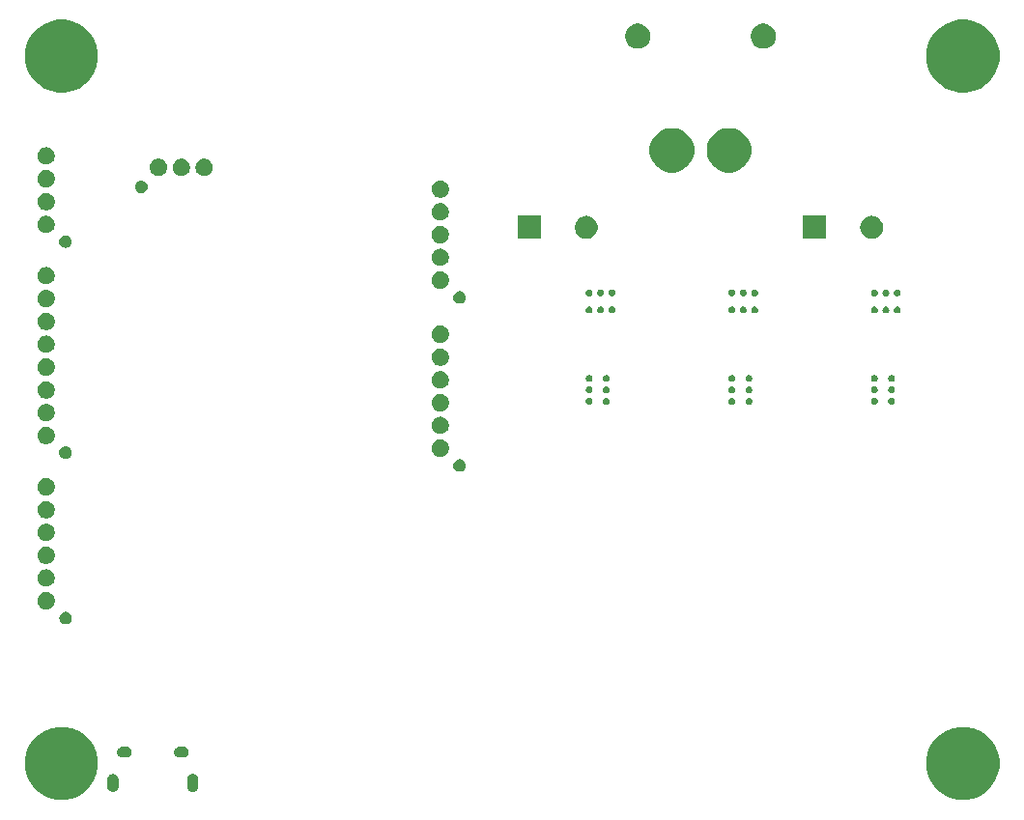
<source format=gbr>
G04 #@! TF.GenerationSoftware,KiCad,Pcbnew,5.0.2-bee76a0~70~ubuntu16.04.1*
G04 #@! TF.CreationDate,2018-12-16T23:22:01+08:00*
G04 #@! TF.ProjectId,AgriESC,41677269-4553-4432-9e6b-696361645f70,rev?*
G04 #@! TF.SameCoordinates,Original*
G04 #@! TF.FileFunction,Soldermask,Bot*
G04 #@! TF.FilePolarity,Negative*
%FSLAX46Y46*%
G04 Gerber Fmt 4.6, Leading zero omitted, Abs format (unit mm)*
G04 Created by KiCad (PCBNEW 5.0.2-bee76a0~70~ubuntu16.04.1) date Sun 16 Dec 2018 23:22:01 AWST*
%MOMM*%
%LPD*%
G01*
G04 APERTURE LIST*
%ADD10C,0.100000*%
G04 APERTURE END LIST*
D10*
G36*
X195933405Y-128922974D02*
X196515767Y-129164196D01*
X197039884Y-129514400D01*
X197485600Y-129960116D01*
X197835804Y-130484233D01*
X198077026Y-131066595D01*
X198200000Y-131684826D01*
X198200000Y-132315174D01*
X198077026Y-132933405D01*
X197835804Y-133515767D01*
X197485600Y-134039884D01*
X197039884Y-134485600D01*
X196515767Y-134835804D01*
X195933405Y-135077026D01*
X195315174Y-135200000D01*
X194684826Y-135200000D01*
X194066595Y-135077026D01*
X193484233Y-134835804D01*
X192960116Y-134485600D01*
X192514400Y-134039884D01*
X192164196Y-133515767D01*
X191922974Y-132933405D01*
X191800000Y-132315174D01*
X191800000Y-131684826D01*
X191922974Y-131066595D01*
X192164196Y-130484233D01*
X192514400Y-129960116D01*
X192960116Y-129514400D01*
X193484233Y-129164196D01*
X194066595Y-128922974D01*
X194684826Y-128800000D01*
X195315174Y-128800000D01*
X195933405Y-128922974D01*
X195933405Y-128922974D01*
G37*
G36*
X116933405Y-128922974D02*
X117515767Y-129164196D01*
X118039884Y-129514400D01*
X118485600Y-129960116D01*
X118835804Y-130484233D01*
X119077026Y-131066595D01*
X119200000Y-131684826D01*
X119200000Y-132315174D01*
X119077026Y-132933405D01*
X118835804Y-133515767D01*
X118485600Y-134039884D01*
X118039884Y-134485600D01*
X117515767Y-134835804D01*
X116933405Y-135077026D01*
X116315174Y-135200000D01*
X115684826Y-135200000D01*
X115066595Y-135077026D01*
X114484233Y-134835804D01*
X113960116Y-134485600D01*
X113514400Y-134039884D01*
X113164196Y-133515767D01*
X112922974Y-132933405D01*
X112800000Y-132315174D01*
X112800000Y-131684826D01*
X112922974Y-131066595D01*
X113164196Y-130484233D01*
X113514400Y-129960116D01*
X113960116Y-129514400D01*
X114484233Y-129164196D01*
X115066595Y-128922974D01*
X115684826Y-128800000D01*
X116315174Y-128800000D01*
X116933405Y-128922974D01*
X116933405Y-128922974D01*
G37*
G36*
X120598014Y-132932234D02*
X120692267Y-132960825D01*
X120733063Y-132982631D01*
X120779129Y-133007254D01*
X120855264Y-133069736D01*
X120855265Y-133069738D01*
X120855267Y-133069739D01*
X120902125Y-133126837D01*
X120917746Y-133145871D01*
X120939357Y-133186303D01*
X120964175Y-133232732D01*
X120992766Y-133326985D01*
X121000000Y-133400436D01*
X121000000Y-133999564D01*
X120992766Y-134073015D01*
X120964175Y-134167268D01*
X120941051Y-134210529D01*
X120917746Y-134254129D01*
X120855264Y-134330264D01*
X120779129Y-134392746D01*
X120738697Y-134414357D01*
X120692268Y-134439175D01*
X120598015Y-134467766D01*
X120500000Y-134477419D01*
X120401986Y-134467766D01*
X120307733Y-134439175D01*
X120261304Y-134414357D01*
X120220872Y-134392746D01*
X120144737Y-134330264D01*
X120082257Y-134254132D01*
X120035824Y-134167265D01*
X120007234Y-134073015D01*
X120000000Y-133999564D01*
X120000000Y-133400437D01*
X120007234Y-133326986D01*
X120035825Y-133232733D01*
X120057631Y-133191937D01*
X120082254Y-133145871D01*
X120144736Y-133069736D01*
X120144738Y-133069735D01*
X120144739Y-133069733D01*
X120220870Y-133007255D01*
X120220869Y-133007255D01*
X120220871Y-133007254D01*
X120261303Y-132985643D01*
X120307732Y-132960825D01*
X120401985Y-132932234D01*
X120500000Y-132922581D01*
X120598014Y-132932234D01*
X120598014Y-132932234D01*
G37*
G36*
X127598014Y-132932234D02*
X127692267Y-132960825D01*
X127733063Y-132982631D01*
X127779129Y-133007254D01*
X127855264Y-133069736D01*
X127855265Y-133069738D01*
X127855267Y-133069739D01*
X127902125Y-133126837D01*
X127917746Y-133145871D01*
X127939357Y-133186303D01*
X127964175Y-133232732D01*
X127992766Y-133326985D01*
X128000000Y-133400436D01*
X128000000Y-133999564D01*
X127992766Y-134073015D01*
X127964175Y-134167268D01*
X127941051Y-134210529D01*
X127917746Y-134254129D01*
X127855264Y-134330264D01*
X127779129Y-134392746D01*
X127738697Y-134414357D01*
X127692268Y-134439175D01*
X127598015Y-134467766D01*
X127500000Y-134477419D01*
X127401986Y-134467766D01*
X127307733Y-134439175D01*
X127261304Y-134414357D01*
X127220872Y-134392746D01*
X127144737Y-134330264D01*
X127082257Y-134254132D01*
X127035824Y-134167265D01*
X127007234Y-134073015D01*
X127000000Y-133999564D01*
X127000000Y-133400437D01*
X127007234Y-133326986D01*
X127035825Y-133232733D01*
X127057631Y-133191937D01*
X127082254Y-133145871D01*
X127144736Y-133069736D01*
X127144738Y-133069735D01*
X127144739Y-133069733D01*
X127220870Y-133007255D01*
X127220869Y-133007255D01*
X127220871Y-133007254D01*
X127261303Y-132985643D01*
X127307732Y-132960825D01*
X127401985Y-132932234D01*
X127500000Y-132922581D01*
X127598014Y-132932234D01*
X127598014Y-132932234D01*
G37*
G36*
X121708224Y-130528437D02*
X121743116Y-130531873D01*
X121795681Y-130547818D01*
X121832658Y-130559035D01*
X121915173Y-130603140D01*
X121987501Y-130662499D01*
X122046860Y-130734827D01*
X122090965Y-130817342D01*
X122118127Y-130906885D01*
X122127298Y-131000000D01*
X122118127Y-131093115D01*
X122090965Y-131182658D01*
X122046860Y-131265173D01*
X121987501Y-131337501D01*
X121915173Y-131396860D01*
X121832658Y-131440965D01*
X121795681Y-131452182D01*
X121743116Y-131468127D01*
X121708224Y-131471564D01*
X121673333Y-131475000D01*
X121326667Y-131475000D01*
X121291776Y-131471564D01*
X121256884Y-131468127D01*
X121204319Y-131452182D01*
X121167342Y-131440965D01*
X121084827Y-131396860D01*
X121012499Y-131337501D01*
X120953140Y-131265173D01*
X120909035Y-131182658D01*
X120881873Y-131093115D01*
X120872702Y-131000000D01*
X120881873Y-130906885D01*
X120909035Y-130817342D01*
X120953140Y-130734827D01*
X121012499Y-130662499D01*
X121084827Y-130603140D01*
X121167342Y-130559035D01*
X121204319Y-130547818D01*
X121256884Y-130531873D01*
X121291776Y-130528437D01*
X121326667Y-130525000D01*
X121673333Y-130525000D01*
X121708224Y-130528437D01*
X121708224Y-130528437D01*
G37*
G36*
X126708224Y-130528437D02*
X126743116Y-130531873D01*
X126795681Y-130547818D01*
X126832658Y-130559035D01*
X126915173Y-130603140D01*
X126987501Y-130662499D01*
X127046860Y-130734827D01*
X127090965Y-130817342D01*
X127118127Y-130906885D01*
X127127298Y-131000000D01*
X127118127Y-131093115D01*
X127090965Y-131182658D01*
X127046860Y-131265173D01*
X126987501Y-131337501D01*
X126915173Y-131396860D01*
X126832658Y-131440965D01*
X126795681Y-131452182D01*
X126743116Y-131468127D01*
X126708224Y-131471564D01*
X126673333Y-131475000D01*
X126326667Y-131475000D01*
X126291776Y-131471564D01*
X126256884Y-131468127D01*
X126204319Y-131452182D01*
X126167342Y-131440965D01*
X126084827Y-131396860D01*
X126012499Y-131337501D01*
X125953140Y-131265173D01*
X125909035Y-131182658D01*
X125881873Y-131093115D01*
X125872702Y-131000000D01*
X125881873Y-130906885D01*
X125909035Y-130817342D01*
X125953140Y-130734827D01*
X126012499Y-130662499D01*
X126084827Y-130603140D01*
X126167342Y-130559035D01*
X126204319Y-130547818D01*
X126256884Y-130531873D01*
X126291776Y-130528437D01*
X126326667Y-130525000D01*
X126673333Y-130525000D01*
X126708224Y-130528437D01*
X126708224Y-130528437D01*
G37*
G36*
X116439590Y-118707045D02*
X116510429Y-118721136D01*
X116610523Y-118762597D01*
X116700607Y-118822789D01*
X116777211Y-118899393D01*
X116777213Y-118899396D01*
X116837403Y-118989477D01*
X116878864Y-119089571D01*
X116900000Y-119195830D01*
X116900000Y-119304170D01*
X116878864Y-119410429D01*
X116837403Y-119510523D01*
X116777211Y-119600607D01*
X116700607Y-119677211D01*
X116700604Y-119677213D01*
X116610523Y-119737403D01*
X116510429Y-119778864D01*
X116439590Y-119792955D01*
X116404171Y-119800000D01*
X116295829Y-119800000D01*
X116260410Y-119792955D01*
X116189571Y-119778864D01*
X116089477Y-119737403D01*
X115999396Y-119677213D01*
X115999393Y-119677211D01*
X115922789Y-119600607D01*
X115862597Y-119510523D01*
X115821136Y-119410429D01*
X115800000Y-119304170D01*
X115800000Y-119195830D01*
X115821136Y-119089571D01*
X115862597Y-118989477D01*
X115922787Y-118899396D01*
X115922789Y-118899393D01*
X115999393Y-118822789D01*
X116089477Y-118762597D01*
X116189571Y-118721136D01*
X116260410Y-118707045D01*
X116295829Y-118700000D01*
X116404171Y-118700000D01*
X116439590Y-118707045D01*
X116439590Y-118707045D01*
G37*
G36*
X114823195Y-117007522D02*
X114872267Y-117017283D01*
X115010942Y-117074724D01*
X115135750Y-117158118D01*
X115241882Y-117264250D01*
X115325276Y-117389058D01*
X115382717Y-117527734D01*
X115412000Y-117674948D01*
X115412000Y-117825052D01*
X115382717Y-117972266D01*
X115325276Y-118110942D01*
X115241882Y-118235750D01*
X115135750Y-118341882D01*
X115135747Y-118341884D01*
X115010942Y-118425276D01*
X114872267Y-118482717D01*
X114823195Y-118492478D01*
X114725052Y-118512000D01*
X114574948Y-118512000D01*
X114476805Y-118492478D01*
X114427733Y-118482717D01*
X114289058Y-118425276D01*
X114164253Y-118341884D01*
X114164250Y-118341882D01*
X114058118Y-118235750D01*
X113974724Y-118110942D01*
X113917283Y-117972266D01*
X113888000Y-117825052D01*
X113888000Y-117674948D01*
X113917283Y-117527734D01*
X113974724Y-117389058D01*
X114058118Y-117264250D01*
X114164250Y-117158118D01*
X114289058Y-117074724D01*
X114427733Y-117017283D01*
X114476805Y-117007522D01*
X114574948Y-116988000D01*
X114725052Y-116988000D01*
X114823195Y-117007522D01*
X114823195Y-117007522D01*
G37*
G36*
X114823195Y-115007522D02*
X114872267Y-115017283D01*
X115010942Y-115074724D01*
X115135750Y-115158118D01*
X115241882Y-115264250D01*
X115325276Y-115389058D01*
X115382717Y-115527734D01*
X115412000Y-115674948D01*
X115412000Y-115825052D01*
X115382717Y-115972266D01*
X115325276Y-116110942D01*
X115241882Y-116235750D01*
X115135750Y-116341882D01*
X115135747Y-116341884D01*
X115010942Y-116425276D01*
X114872267Y-116482717D01*
X114823195Y-116492478D01*
X114725052Y-116512000D01*
X114574948Y-116512000D01*
X114476805Y-116492478D01*
X114427733Y-116482717D01*
X114289058Y-116425276D01*
X114164253Y-116341884D01*
X114164250Y-116341882D01*
X114058118Y-116235750D01*
X113974724Y-116110942D01*
X113917283Y-115972266D01*
X113888000Y-115825052D01*
X113888000Y-115674948D01*
X113917283Y-115527734D01*
X113974724Y-115389058D01*
X114058118Y-115264250D01*
X114164250Y-115158118D01*
X114289058Y-115074724D01*
X114427733Y-115017283D01*
X114476805Y-115007522D01*
X114574948Y-114988000D01*
X114725052Y-114988000D01*
X114823195Y-115007522D01*
X114823195Y-115007522D01*
G37*
G36*
X114823195Y-113007522D02*
X114872267Y-113017283D01*
X115010942Y-113074724D01*
X115135750Y-113158118D01*
X115241882Y-113264250D01*
X115325276Y-113389058D01*
X115382717Y-113527734D01*
X115412000Y-113674948D01*
X115412000Y-113825052D01*
X115382717Y-113972266D01*
X115325276Y-114110942D01*
X115241882Y-114235750D01*
X115135750Y-114341882D01*
X115135747Y-114341884D01*
X115010942Y-114425276D01*
X114872267Y-114482717D01*
X114823195Y-114492478D01*
X114725052Y-114512000D01*
X114574948Y-114512000D01*
X114476805Y-114492478D01*
X114427733Y-114482717D01*
X114289058Y-114425276D01*
X114164253Y-114341884D01*
X114164250Y-114341882D01*
X114058118Y-114235750D01*
X113974724Y-114110942D01*
X113917283Y-113972266D01*
X113888000Y-113825052D01*
X113888000Y-113674948D01*
X113917283Y-113527734D01*
X113974724Y-113389058D01*
X114058118Y-113264250D01*
X114164250Y-113158118D01*
X114289058Y-113074724D01*
X114427733Y-113017283D01*
X114476805Y-113007522D01*
X114574948Y-112988000D01*
X114725052Y-112988000D01*
X114823195Y-113007522D01*
X114823195Y-113007522D01*
G37*
G36*
X114823195Y-111007522D02*
X114872267Y-111017283D01*
X115010942Y-111074724D01*
X115135750Y-111158118D01*
X115241882Y-111264250D01*
X115325276Y-111389058D01*
X115382717Y-111527734D01*
X115412000Y-111674948D01*
X115412000Y-111825052D01*
X115382717Y-111972266D01*
X115325276Y-112110942D01*
X115241882Y-112235750D01*
X115135750Y-112341882D01*
X115135747Y-112341884D01*
X115010942Y-112425276D01*
X114872267Y-112482717D01*
X114823195Y-112492478D01*
X114725052Y-112512000D01*
X114574948Y-112512000D01*
X114476805Y-112492478D01*
X114427733Y-112482717D01*
X114289058Y-112425276D01*
X114164253Y-112341884D01*
X114164250Y-112341882D01*
X114058118Y-112235750D01*
X113974724Y-112110942D01*
X113917283Y-111972266D01*
X113888000Y-111825052D01*
X113888000Y-111674948D01*
X113917283Y-111527734D01*
X113974724Y-111389058D01*
X114058118Y-111264250D01*
X114164250Y-111158118D01*
X114289058Y-111074724D01*
X114427733Y-111017283D01*
X114476805Y-111007522D01*
X114574948Y-110988000D01*
X114725052Y-110988000D01*
X114823195Y-111007522D01*
X114823195Y-111007522D01*
G37*
G36*
X114823195Y-109007522D02*
X114872267Y-109017283D01*
X115010942Y-109074724D01*
X115135750Y-109158118D01*
X115241882Y-109264250D01*
X115325276Y-109389058D01*
X115382717Y-109527734D01*
X115412000Y-109674948D01*
X115412000Y-109825052D01*
X115382717Y-109972266D01*
X115325276Y-110110942D01*
X115241882Y-110235750D01*
X115135750Y-110341882D01*
X115135747Y-110341884D01*
X115010942Y-110425276D01*
X114872267Y-110482717D01*
X114823195Y-110492478D01*
X114725052Y-110512000D01*
X114574948Y-110512000D01*
X114476805Y-110492478D01*
X114427733Y-110482717D01*
X114289058Y-110425276D01*
X114164253Y-110341884D01*
X114164250Y-110341882D01*
X114058118Y-110235750D01*
X113974724Y-110110942D01*
X113917283Y-109972266D01*
X113888000Y-109825052D01*
X113888000Y-109674948D01*
X113917283Y-109527734D01*
X113974724Y-109389058D01*
X114058118Y-109264250D01*
X114164250Y-109158118D01*
X114289058Y-109074724D01*
X114427733Y-109017283D01*
X114476805Y-109007522D01*
X114574948Y-108988000D01*
X114725052Y-108988000D01*
X114823195Y-109007522D01*
X114823195Y-109007522D01*
G37*
G36*
X114823195Y-107007522D02*
X114872267Y-107017283D01*
X115010942Y-107074724D01*
X115135750Y-107158118D01*
X115241882Y-107264250D01*
X115325276Y-107389058D01*
X115382717Y-107527734D01*
X115412000Y-107674948D01*
X115412000Y-107825052D01*
X115382717Y-107972266D01*
X115325276Y-108110942D01*
X115241882Y-108235750D01*
X115135750Y-108341882D01*
X115135747Y-108341884D01*
X115010942Y-108425276D01*
X114872267Y-108482717D01*
X114823195Y-108492478D01*
X114725052Y-108512000D01*
X114574948Y-108512000D01*
X114476805Y-108492478D01*
X114427733Y-108482717D01*
X114289058Y-108425276D01*
X114164253Y-108341884D01*
X114164250Y-108341882D01*
X114058118Y-108235750D01*
X113974724Y-108110942D01*
X113917283Y-107972266D01*
X113888000Y-107825052D01*
X113888000Y-107674948D01*
X113917283Y-107527734D01*
X113974724Y-107389058D01*
X114058118Y-107264250D01*
X114164250Y-107158118D01*
X114289058Y-107074724D01*
X114427733Y-107017283D01*
X114476805Y-107007522D01*
X114574948Y-106988000D01*
X114725052Y-106988000D01*
X114823195Y-107007522D01*
X114823195Y-107007522D01*
G37*
G36*
X150977590Y-105333045D02*
X151048429Y-105347136D01*
X151148523Y-105388597D01*
X151238607Y-105448789D01*
X151315211Y-105525393D01*
X151315213Y-105525396D01*
X151375403Y-105615477D01*
X151416864Y-105715571D01*
X151438000Y-105821830D01*
X151438000Y-105930170D01*
X151416864Y-106036429D01*
X151375403Y-106136523D01*
X151315211Y-106226607D01*
X151238607Y-106303211D01*
X151238604Y-106303213D01*
X151148523Y-106363403D01*
X151048429Y-106404864D01*
X150977590Y-106418955D01*
X150942171Y-106426000D01*
X150833829Y-106426000D01*
X150798410Y-106418955D01*
X150727571Y-106404864D01*
X150627477Y-106363403D01*
X150537396Y-106303213D01*
X150537393Y-106303211D01*
X150460789Y-106226607D01*
X150400597Y-106136523D01*
X150359136Y-106036429D01*
X150338000Y-105930170D01*
X150338000Y-105821830D01*
X150359136Y-105715571D01*
X150400597Y-105615477D01*
X150460787Y-105525396D01*
X150460789Y-105525393D01*
X150537393Y-105448789D01*
X150627477Y-105388597D01*
X150727571Y-105347136D01*
X150798410Y-105333045D01*
X150833829Y-105326000D01*
X150942171Y-105326000D01*
X150977590Y-105333045D01*
X150977590Y-105333045D01*
G37*
G36*
X116433590Y-104207045D02*
X116504429Y-104221136D01*
X116604523Y-104262597D01*
X116694607Y-104322789D01*
X116771211Y-104399393D01*
X116771213Y-104399396D01*
X116831403Y-104489477D01*
X116872864Y-104589571D01*
X116894000Y-104695830D01*
X116894000Y-104804170D01*
X116872864Y-104910429D01*
X116849065Y-104967884D01*
X116831403Y-105010523D01*
X116771211Y-105100607D01*
X116694607Y-105177211D01*
X116694604Y-105177213D01*
X116604523Y-105237403D01*
X116504429Y-105278864D01*
X116433590Y-105292955D01*
X116398171Y-105300000D01*
X116289829Y-105300000D01*
X116254410Y-105292955D01*
X116183571Y-105278864D01*
X116083477Y-105237403D01*
X115993396Y-105177213D01*
X115993393Y-105177211D01*
X115916789Y-105100607D01*
X115856597Y-105010523D01*
X115838935Y-104967884D01*
X115815136Y-104910429D01*
X115794000Y-104804170D01*
X115794000Y-104695830D01*
X115815136Y-104589571D01*
X115856597Y-104489477D01*
X115916787Y-104399396D01*
X115916789Y-104399393D01*
X115993393Y-104322789D01*
X116083477Y-104262597D01*
X116183571Y-104221136D01*
X116254410Y-104207045D01*
X116289829Y-104200000D01*
X116398171Y-104200000D01*
X116433590Y-104207045D01*
X116433590Y-104207045D01*
G37*
G36*
X149361195Y-103633522D02*
X149410267Y-103643283D01*
X149548942Y-103700724D01*
X149673750Y-103784118D01*
X149779882Y-103890250D01*
X149863276Y-104015058D01*
X149920717Y-104153734D01*
X149950000Y-104300948D01*
X149950000Y-104451052D01*
X149930478Y-104549195D01*
X149920717Y-104598267D01*
X149880305Y-104695830D01*
X149863276Y-104736942D01*
X149779882Y-104861750D01*
X149673750Y-104967882D01*
X149673747Y-104967884D01*
X149548942Y-105051276D01*
X149410267Y-105108717D01*
X149361195Y-105118478D01*
X149263052Y-105138000D01*
X149112948Y-105138000D01*
X149014805Y-105118478D01*
X148965733Y-105108717D01*
X148827058Y-105051276D01*
X148702253Y-104967884D01*
X148702250Y-104967882D01*
X148596118Y-104861750D01*
X148512724Y-104736942D01*
X148495695Y-104695830D01*
X148455283Y-104598267D01*
X148445522Y-104549195D01*
X148426000Y-104451052D01*
X148426000Y-104300948D01*
X148455283Y-104153734D01*
X148512724Y-104015058D01*
X148596118Y-103890250D01*
X148702250Y-103784118D01*
X148827058Y-103700724D01*
X148965733Y-103643283D01*
X149014805Y-103633522D01*
X149112948Y-103614000D01*
X149263052Y-103614000D01*
X149361195Y-103633522D01*
X149361195Y-103633522D01*
G37*
G36*
X114817195Y-102507522D02*
X114866267Y-102517283D01*
X115004942Y-102574724D01*
X115129750Y-102658118D01*
X115235882Y-102764250D01*
X115319276Y-102889058D01*
X115376717Y-103027734D01*
X115406000Y-103174948D01*
X115406000Y-103325052D01*
X115376717Y-103472266D01*
X115319276Y-103610942D01*
X115235882Y-103735750D01*
X115129750Y-103841882D01*
X115129747Y-103841884D01*
X115004942Y-103925276D01*
X114866267Y-103982717D01*
X114817195Y-103992478D01*
X114719052Y-104012000D01*
X114568948Y-104012000D01*
X114470805Y-103992478D01*
X114421733Y-103982717D01*
X114283058Y-103925276D01*
X114158253Y-103841884D01*
X114158250Y-103841882D01*
X114052118Y-103735750D01*
X113968724Y-103610942D01*
X113911283Y-103472266D01*
X113882000Y-103325052D01*
X113882000Y-103174948D01*
X113911283Y-103027734D01*
X113968724Y-102889058D01*
X114052118Y-102764250D01*
X114158250Y-102658118D01*
X114283058Y-102574724D01*
X114421733Y-102517283D01*
X114470805Y-102507522D01*
X114568948Y-102488000D01*
X114719052Y-102488000D01*
X114817195Y-102507522D01*
X114817195Y-102507522D01*
G37*
G36*
X149361195Y-101633522D02*
X149410267Y-101643283D01*
X149548942Y-101700724D01*
X149673750Y-101784118D01*
X149779882Y-101890250D01*
X149863276Y-102015058D01*
X149920717Y-102153734D01*
X149950000Y-102300948D01*
X149950000Y-102451052D01*
X149920717Y-102598266D01*
X149863276Y-102736942D01*
X149779882Y-102861750D01*
X149673750Y-102967882D01*
X149673747Y-102967884D01*
X149548942Y-103051276D01*
X149410267Y-103108717D01*
X149361195Y-103118478D01*
X149263052Y-103138000D01*
X149112948Y-103138000D01*
X149014805Y-103118478D01*
X148965733Y-103108717D01*
X148827058Y-103051276D01*
X148702253Y-102967884D01*
X148702250Y-102967882D01*
X148596118Y-102861750D01*
X148512724Y-102736942D01*
X148455283Y-102598266D01*
X148426000Y-102451052D01*
X148426000Y-102300948D01*
X148455283Y-102153734D01*
X148512724Y-102015058D01*
X148596118Y-101890250D01*
X148702250Y-101784118D01*
X148827058Y-101700724D01*
X148965733Y-101643283D01*
X149014805Y-101633522D01*
X149112948Y-101614000D01*
X149263052Y-101614000D01*
X149361195Y-101633522D01*
X149361195Y-101633522D01*
G37*
G36*
X114817195Y-100507522D02*
X114866267Y-100517283D01*
X115004942Y-100574724D01*
X115129750Y-100658118D01*
X115235882Y-100764250D01*
X115319276Y-100889058D01*
X115376717Y-101027734D01*
X115406000Y-101174948D01*
X115406000Y-101325052D01*
X115376717Y-101472266D01*
X115319276Y-101610942D01*
X115235882Y-101735750D01*
X115129750Y-101841882D01*
X115129747Y-101841884D01*
X115004942Y-101925276D01*
X114866267Y-101982717D01*
X114817195Y-101992478D01*
X114719052Y-102012000D01*
X114568948Y-102012000D01*
X114470805Y-101992478D01*
X114421733Y-101982717D01*
X114283058Y-101925276D01*
X114158253Y-101841884D01*
X114158250Y-101841882D01*
X114052118Y-101735750D01*
X113968724Y-101610942D01*
X113911283Y-101472266D01*
X113882000Y-101325052D01*
X113882000Y-101174948D01*
X113911283Y-101027734D01*
X113968724Y-100889058D01*
X114052118Y-100764250D01*
X114158250Y-100658118D01*
X114283058Y-100574724D01*
X114421733Y-100517283D01*
X114470805Y-100507522D01*
X114568948Y-100488000D01*
X114719052Y-100488000D01*
X114817195Y-100507522D01*
X114817195Y-100507522D01*
G37*
G36*
X149361195Y-99633522D02*
X149410267Y-99643283D01*
X149548942Y-99700724D01*
X149673750Y-99784118D01*
X149779882Y-99890250D01*
X149779884Y-99890253D01*
X149863276Y-100015058D01*
X149901731Y-100107896D01*
X149920717Y-100153734D01*
X149950000Y-100300948D01*
X149950000Y-100451052D01*
X149920717Y-100598266D01*
X149863276Y-100736942D01*
X149779882Y-100861750D01*
X149673750Y-100967882D01*
X149673747Y-100967884D01*
X149548942Y-101051276D01*
X149410267Y-101108717D01*
X149361195Y-101118478D01*
X149263052Y-101138000D01*
X149112948Y-101138000D01*
X149014805Y-101118478D01*
X148965733Y-101108717D01*
X148827058Y-101051276D01*
X148702253Y-100967884D01*
X148702250Y-100967882D01*
X148596118Y-100861750D01*
X148512724Y-100736942D01*
X148455283Y-100598266D01*
X148426000Y-100451052D01*
X148426000Y-100300948D01*
X148455283Y-100153734D01*
X148474270Y-100107896D01*
X148512724Y-100015058D01*
X148596116Y-99890253D01*
X148596118Y-99890250D01*
X148702250Y-99784118D01*
X148827058Y-99700724D01*
X148965733Y-99643283D01*
X149014805Y-99633522D01*
X149112948Y-99614000D01*
X149263052Y-99614000D01*
X149361195Y-99633522D01*
X149361195Y-99633522D01*
G37*
G36*
X187337507Y-99961528D02*
X187392103Y-99984143D01*
X187441239Y-100016974D01*
X187483026Y-100058761D01*
X187515857Y-100107897D01*
X187538472Y-100162493D01*
X187550000Y-100220453D01*
X187550000Y-100279547D01*
X187538472Y-100337507D01*
X187515857Y-100392103D01*
X187483026Y-100441239D01*
X187441239Y-100483026D01*
X187392103Y-100515857D01*
X187337507Y-100538472D01*
X187279547Y-100550000D01*
X187220453Y-100550000D01*
X187162493Y-100538472D01*
X187107897Y-100515857D01*
X187058761Y-100483026D01*
X187016974Y-100441239D01*
X186984143Y-100392103D01*
X186961528Y-100337507D01*
X186950000Y-100279547D01*
X186950000Y-100220453D01*
X186961528Y-100162493D01*
X186984143Y-100107897D01*
X187016974Y-100058761D01*
X187058761Y-100016974D01*
X187107897Y-99984143D01*
X187162493Y-99961528D01*
X187220453Y-99950000D01*
X187279547Y-99950000D01*
X187337507Y-99961528D01*
X187337507Y-99961528D01*
G37*
G36*
X188837507Y-99961528D02*
X188892103Y-99984143D01*
X188941239Y-100016974D01*
X188983026Y-100058761D01*
X189015857Y-100107897D01*
X189038472Y-100162493D01*
X189050000Y-100220453D01*
X189050000Y-100279547D01*
X189038472Y-100337507D01*
X189015857Y-100392103D01*
X188983026Y-100441239D01*
X188941239Y-100483026D01*
X188892103Y-100515857D01*
X188837507Y-100538472D01*
X188779547Y-100550000D01*
X188720453Y-100550000D01*
X188662493Y-100538472D01*
X188607897Y-100515857D01*
X188558761Y-100483026D01*
X188516974Y-100441239D01*
X188484143Y-100392103D01*
X188461528Y-100337507D01*
X188450000Y-100279547D01*
X188450000Y-100220453D01*
X188461528Y-100162493D01*
X188484143Y-100107897D01*
X188516974Y-100058761D01*
X188558761Y-100016974D01*
X188607897Y-99984143D01*
X188662493Y-99961528D01*
X188720453Y-99950000D01*
X188779547Y-99950000D01*
X188837507Y-99961528D01*
X188837507Y-99961528D01*
G37*
G36*
X176337507Y-99961528D02*
X176392103Y-99984143D01*
X176441239Y-100016974D01*
X176483026Y-100058761D01*
X176515857Y-100107897D01*
X176538472Y-100162493D01*
X176550000Y-100220453D01*
X176550000Y-100279547D01*
X176538472Y-100337507D01*
X176515857Y-100392103D01*
X176483026Y-100441239D01*
X176441239Y-100483026D01*
X176392103Y-100515857D01*
X176337507Y-100538472D01*
X176279547Y-100550000D01*
X176220453Y-100550000D01*
X176162493Y-100538472D01*
X176107897Y-100515857D01*
X176058761Y-100483026D01*
X176016974Y-100441239D01*
X175984143Y-100392103D01*
X175961528Y-100337507D01*
X175950000Y-100279547D01*
X175950000Y-100220453D01*
X175961528Y-100162493D01*
X175984143Y-100107897D01*
X176016974Y-100058761D01*
X176058761Y-100016974D01*
X176107897Y-99984143D01*
X176162493Y-99961528D01*
X176220453Y-99950000D01*
X176279547Y-99950000D01*
X176337507Y-99961528D01*
X176337507Y-99961528D01*
G37*
G36*
X162337507Y-99961528D02*
X162392103Y-99984143D01*
X162441239Y-100016974D01*
X162483026Y-100058761D01*
X162515857Y-100107897D01*
X162538472Y-100162493D01*
X162550000Y-100220453D01*
X162550000Y-100279547D01*
X162538472Y-100337507D01*
X162515857Y-100392103D01*
X162483026Y-100441239D01*
X162441239Y-100483026D01*
X162392103Y-100515857D01*
X162337507Y-100538472D01*
X162279547Y-100550000D01*
X162220453Y-100550000D01*
X162162493Y-100538472D01*
X162107897Y-100515857D01*
X162058761Y-100483026D01*
X162016974Y-100441239D01*
X161984143Y-100392103D01*
X161961528Y-100337507D01*
X161950000Y-100279547D01*
X161950000Y-100220453D01*
X161961528Y-100162493D01*
X161984143Y-100107897D01*
X162016974Y-100058761D01*
X162058761Y-100016974D01*
X162107897Y-99984143D01*
X162162493Y-99961528D01*
X162220453Y-99950000D01*
X162279547Y-99950000D01*
X162337507Y-99961528D01*
X162337507Y-99961528D01*
G37*
G36*
X163837507Y-99961528D02*
X163892103Y-99984143D01*
X163941239Y-100016974D01*
X163983026Y-100058761D01*
X164015857Y-100107897D01*
X164038472Y-100162493D01*
X164050000Y-100220453D01*
X164050000Y-100279547D01*
X164038472Y-100337507D01*
X164015857Y-100392103D01*
X163983026Y-100441239D01*
X163941239Y-100483026D01*
X163892103Y-100515857D01*
X163837507Y-100538472D01*
X163779547Y-100550000D01*
X163720453Y-100550000D01*
X163662493Y-100538472D01*
X163607897Y-100515857D01*
X163558761Y-100483026D01*
X163516974Y-100441239D01*
X163484143Y-100392103D01*
X163461528Y-100337507D01*
X163450000Y-100279547D01*
X163450000Y-100220453D01*
X163461528Y-100162493D01*
X163484143Y-100107897D01*
X163516974Y-100058761D01*
X163558761Y-100016974D01*
X163607897Y-99984143D01*
X163662493Y-99961528D01*
X163720453Y-99950000D01*
X163779547Y-99950000D01*
X163837507Y-99961528D01*
X163837507Y-99961528D01*
G37*
G36*
X174837507Y-99961528D02*
X174892103Y-99984143D01*
X174941239Y-100016974D01*
X174983026Y-100058761D01*
X175015857Y-100107897D01*
X175038472Y-100162493D01*
X175050000Y-100220453D01*
X175050000Y-100279547D01*
X175038472Y-100337507D01*
X175015857Y-100392103D01*
X174983026Y-100441239D01*
X174941239Y-100483026D01*
X174892103Y-100515857D01*
X174837507Y-100538472D01*
X174779547Y-100550000D01*
X174720453Y-100550000D01*
X174662493Y-100538472D01*
X174607897Y-100515857D01*
X174558761Y-100483026D01*
X174516974Y-100441239D01*
X174484143Y-100392103D01*
X174461528Y-100337507D01*
X174450000Y-100279547D01*
X174450000Y-100220453D01*
X174461528Y-100162493D01*
X174484143Y-100107897D01*
X174516974Y-100058761D01*
X174558761Y-100016974D01*
X174607897Y-99984143D01*
X174662493Y-99961528D01*
X174720453Y-99950000D01*
X174779547Y-99950000D01*
X174837507Y-99961528D01*
X174837507Y-99961528D01*
G37*
G36*
X114817195Y-98507522D02*
X114866267Y-98517283D01*
X115004942Y-98574724D01*
X115129750Y-98658118D01*
X115235882Y-98764250D01*
X115319276Y-98889058D01*
X115376717Y-99027734D01*
X115406000Y-99174948D01*
X115406000Y-99325052D01*
X115376717Y-99472266D01*
X115319276Y-99610942D01*
X115235882Y-99735750D01*
X115129750Y-99841882D01*
X115129747Y-99841884D01*
X115004942Y-99925276D01*
X114866267Y-99982717D01*
X114817195Y-99992478D01*
X114719052Y-100012000D01*
X114568948Y-100012000D01*
X114470805Y-99992478D01*
X114421733Y-99982717D01*
X114283058Y-99925276D01*
X114158253Y-99841884D01*
X114158250Y-99841882D01*
X114052118Y-99735750D01*
X113968724Y-99610942D01*
X113911283Y-99472266D01*
X113882000Y-99325052D01*
X113882000Y-99174948D01*
X113911283Y-99027734D01*
X113968724Y-98889058D01*
X114052118Y-98764250D01*
X114158250Y-98658118D01*
X114283058Y-98574724D01*
X114421733Y-98517283D01*
X114470805Y-98507522D01*
X114568948Y-98488000D01*
X114719052Y-98488000D01*
X114817195Y-98507522D01*
X114817195Y-98507522D01*
G37*
G36*
X162337507Y-98961528D02*
X162392103Y-98984143D01*
X162441239Y-99016974D01*
X162483026Y-99058761D01*
X162515857Y-99107897D01*
X162538472Y-99162493D01*
X162550000Y-99220453D01*
X162550000Y-99279547D01*
X162538472Y-99337507D01*
X162515857Y-99392103D01*
X162483026Y-99441239D01*
X162441239Y-99483026D01*
X162392103Y-99515857D01*
X162337507Y-99538472D01*
X162279547Y-99550000D01*
X162220453Y-99550000D01*
X162162493Y-99538472D01*
X162107897Y-99515857D01*
X162058761Y-99483026D01*
X162016974Y-99441239D01*
X161984143Y-99392103D01*
X161961528Y-99337507D01*
X161950000Y-99279547D01*
X161950000Y-99220453D01*
X161961528Y-99162493D01*
X161984143Y-99107897D01*
X162016974Y-99058761D01*
X162058761Y-99016974D01*
X162107897Y-98984143D01*
X162162493Y-98961528D01*
X162220453Y-98950000D01*
X162279547Y-98950000D01*
X162337507Y-98961528D01*
X162337507Y-98961528D01*
G37*
G36*
X163837507Y-98961528D02*
X163892103Y-98984143D01*
X163941239Y-99016974D01*
X163983026Y-99058761D01*
X164015857Y-99107897D01*
X164038472Y-99162493D01*
X164050000Y-99220453D01*
X164050000Y-99279547D01*
X164038472Y-99337507D01*
X164015857Y-99392103D01*
X163983026Y-99441239D01*
X163941239Y-99483026D01*
X163892103Y-99515857D01*
X163837507Y-99538472D01*
X163779547Y-99550000D01*
X163720453Y-99550000D01*
X163662493Y-99538472D01*
X163607897Y-99515857D01*
X163558761Y-99483026D01*
X163516974Y-99441239D01*
X163484143Y-99392103D01*
X163461528Y-99337507D01*
X163450000Y-99279547D01*
X163450000Y-99220453D01*
X163461528Y-99162493D01*
X163484143Y-99107897D01*
X163516974Y-99058761D01*
X163558761Y-99016974D01*
X163607897Y-98984143D01*
X163662493Y-98961528D01*
X163720453Y-98950000D01*
X163779547Y-98950000D01*
X163837507Y-98961528D01*
X163837507Y-98961528D01*
G37*
G36*
X174837507Y-98961528D02*
X174892103Y-98984143D01*
X174941239Y-99016974D01*
X174983026Y-99058761D01*
X175015857Y-99107897D01*
X175038472Y-99162493D01*
X175050000Y-99220453D01*
X175050000Y-99279547D01*
X175038472Y-99337507D01*
X175015857Y-99392103D01*
X174983026Y-99441239D01*
X174941239Y-99483026D01*
X174892103Y-99515857D01*
X174837507Y-99538472D01*
X174779547Y-99550000D01*
X174720453Y-99550000D01*
X174662493Y-99538472D01*
X174607897Y-99515857D01*
X174558761Y-99483026D01*
X174516974Y-99441239D01*
X174484143Y-99392103D01*
X174461528Y-99337507D01*
X174450000Y-99279547D01*
X174450000Y-99220453D01*
X174461528Y-99162493D01*
X174484143Y-99107897D01*
X174516974Y-99058761D01*
X174558761Y-99016974D01*
X174607897Y-98984143D01*
X174662493Y-98961528D01*
X174720453Y-98950000D01*
X174779547Y-98950000D01*
X174837507Y-98961528D01*
X174837507Y-98961528D01*
G37*
G36*
X176337507Y-98961528D02*
X176392103Y-98984143D01*
X176441239Y-99016974D01*
X176483026Y-99058761D01*
X176515857Y-99107897D01*
X176538472Y-99162493D01*
X176550000Y-99220453D01*
X176550000Y-99279547D01*
X176538472Y-99337507D01*
X176515857Y-99392103D01*
X176483026Y-99441239D01*
X176441239Y-99483026D01*
X176392103Y-99515857D01*
X176337507Y-99538472D01*
X176279547Y-99550000D01*
X176220453Y-99550000D01*
X176162493Y-99538472D01*
X176107897Y-99515857D01*
X176058761Y-99483026D01*
X176016974Y-99441239D01*
X175984143Y-99392103D01*
X175961528Y-99337507D01*
X175950000Y-99279547D01*
X175950000Y-99220453D01*
X175961528Y-99162493D01*
X175984143Y-99107897D01*
X176016974Y-99058761D01*
X176058761Y-99016974D01*
X176107897Y-98984143D01*
X176162493Y-98961528D01*
X176220453Y-98950000D01*
X176279547Y-98950000D01*
X176337507Y-98961528D01*
X176337507Y-98961528D01*
G37*
G36*
X187337507Y-98961528D02*
X187392103Y-98984143D01*
X187441239Y-99016974D01*
X187483026Y-99058761D01*
X187515857Y-99107897D01*
X187538472Y-99162493D01*
X187550000Y-99220453D01*
X187550000Y-99279547D01*
X187538472Y-99337507D01*
X187515857Y-99392103D01*
X187483026Y-99441239D01*
X187441239Y-99483026D01*
X187392103Y-99515857D01*
X187337507Y-99538472D01*
X187279547Y-99550000D01*
X187220453Y-99550000D01*
X187162493Y-99538472D01*
X187107897Y-99515857D01*
X187058761Y-99483026D01*
X187016974Y-99441239D01*
X186984143Y-99392103D01*
X186961528Y-99337507D01*
X186950000Y-99279547D01*
X186950000Y-99220453D01*
X186961528Y-99162493D01*
X186984143Y-99107897D01*
X187016974Y-99058761D01*
X187058761Y-99016974D01*
X187107897Y-98984143D01*
X187162493Y-98961528D01*
X187220453Y-98950000D01*
X187279547Y-98950000D01*
X187337507Y-98961528D01*
X187337507Y-98961528D01*
G37*
G36*
X188837507Y-98961528D02*
X188892103Y-98984143D01*
X188941239Y-99016974D01*
X188983026Y-99058761D01*
X189015857Y-99107897D01*
X189038472Y-99162493D01*
X189050000Y-99220453D01*
X189050000Y-99279547D01*
X189038472Y-99337507D01*
X189015857Y-99392103D01*
X188983026Y-99441239D01*
X188941239Y-99483026D01*
X188892103Y-99515857D01*
X188837507Y-99538472D01*
X188779547Y-99550000D01*
X188720453Y-99550000D01*
X188662493Y-99538472D01*
X188607897Y-99515857D01*
X188558761Y-99483026D01*
X188516974Y-99441239D01*
X188484143Y-99392103D01*
X188461528Y-99337507D01*
X188450000Y-99279547D01*
X188450000Y-99220453D01*
X188461528Y-99162493D01*
X188484143Y-99107897D01*
X188516974Y-99058761D01*
X188558761Y-99016974D01*
X188607897Y-98984143D01*
X188662493Y-98961528D01*
X188720453Y-98950000D01*
X188779547Y-98950000D01*
X188837507Y-98961528D01*
X188837507Y-98961528D01*
G37*
G36*
X149361195Y-97633522D02*
X149410267Y-97643283D01*
X149548942Y-97700724D01*
X149673750Y-97784118D01*
X149779882Y-97890250D01*
X149779884Y-97890253D01*
X149863276Y-98015058D01*
X149901731Y-98107896D01*
X149920717Y-98153734D01*
X149950000Y-98300948D01*
X149950000Y-98451052D01*
X149920717Y-98598266D01*
X149863276Y-98736942D01*
X149779882Y-98861750D01*
X149673750Y-98967882D01*
X149673747Y-98967884D01*
X149548942Y-99051276D01*
X149410267Y-99108717D01*
X149361195Y-99118478D01*
X149263052Y-99138000D01*
X149112948Y-99138000D01*
X149014805Y-99118478D01*
X148965733Y-99108717D01*
X148827058Y-99051276D01*
X148702253Y-98967884D01*
X148702250Y-98967882D01*
X148596118Y-98861750D01*
X148512724Y-98736942D01*
X148455283Y-98598266D01*
X148426000Y-98451052D01*
X148426000Y-98300948D01*
X148455283Y-98153734D01*
X148474270Y-98107896D01*
X148512724Y-98015058D01*
X148596116Y-97890253D01*
X148596118Y-97890250D01*
X148702250Y-97784118D01*
X148827058Y-97700724D01*
X148965733Y-97643283D01*
X149014805Y-97633522D01*
X149112948Y-97614000D01*
X149263052Y-97614000D01*
X149361195Y-97633522D01*
X149361195Y-97633522D01*
G37*
G36*
X187337507Y-97961528D02*
X187392103Y-97984143D01*
X187441239Y-98016974D01*
X187483026Y-98058761D01*
X187515857Y-98107897D01*
X187538472Y-98162493D01*
X187550000Y-98220453D01*
X187550000Y-98279547D01*
X187538472Y-98337507D01*
X187515857Y-98392103D01*
X187483026Y-98441239D01*
X187441239Y-98483026D01*
X187392103Y-98515857D01*
X187337507Y-98538472D01*
X187279547Y-98550000D01*
X187220453Y-98550000D01*
X187162493Y-98538472D01*
X187107897Y-98515857D01*
X187058761Y-98483026D01*
X187016974Y-98441239D01*
X186984143Y-98392103D01*
X186961528Y-98337507D01*
X186950000Y-98279547D01*
X186950000Y-98220453D01*
X186961528Y-98162493D01*
X186984143Y-98107897D01*
X187016974Y-98058761D01*
X187058761Y-98016974D01*
X187107897Y-97984143D01*
X187162493Y-97961528D01*
X187220453Y-97950000D01*
X187279547Y-97950000D01*
X187337507Y-97961528D01*
X187337507Y-97961528D01*
G37*
G36*
X188837507Y-97961528D02*
X188892103Y-97984143D01*
X188941239Y-98016974D01*
X188983026Y-98058761D01*
X189015857Y-98107897D01*
X189038472Y-98162493D01*
X189050000Y-98220453D01*
X189050000Y-98279547D01*
X189038472Y-98337507D01*
X189015857Y-98392103D01*
X188983026Y-98441239D01*
X188941239Y-98483026D01*
X188892103Y-98515857D01*
X188837507Y-98538472D01*
X188779547Y-98550000D01*
X188720453Y-98550000D01*
X188662493Y-98538472D01*
X188607897Y-98515857D01*
X188558761Y-98483026D01*
X188516974Y-98441239D01*
X188484143Y-98392103D01*
X188461528Y-98337507D01*
X188450000Y-98279547D01*
X188450000Y-98220453D01*
X188461528Y-98162493D01*
X188484143Y-98107897D01*
X188516974Y-98058761D01*
X188558761Y-98016974D01*
X188607897Y-97984143D01*
X188662493Y-97961528D01*
X188720453Y-97950000D01*
X188779547Y-97950000D01*
X188837507Y-97961528D01*
X188837507Y-97961528D01*
G37*
G36*
X162337507Y-97961528D02*
X162392103Y-97984143D01*
X162441239Y-98016974D01*
X162483026Y-98058761D01*
X162515857Y-98107897D01*
X162538472Y-98162493D01*
X162550000Y-98220453D01*
X162550000Y-98279547D01*
X162538472Y-98337507D01*
X162515857Y-98392103D01*
X162483026Y-98441239D01*
X162441239Y-98483026D01*
X162392103Y-98515857D01*
X162337507Y-98538472D01*
X162279547Y-98550000D01*
X162220453Y-98550000D01*
X162162493Y-98538472D01*
X162107897Y-98515857D01*
X162058761Y-98483026D01*
X162016974Y-98441239D01*
X161984143Y-98392103D01*
X161961528Y-98337507D01*
X161950000Y-98279547D01*
X161950000Y-98220453D01*
X161961528Y-98162493D01*
X161984143Y-98107897D01*
X162016974Y-98058761D01*
X162058761Y-98016974D01*
X162107897Y-97984143D01*
X162162493Y-97961528D01*
X162220453Y-97950000D01*
X162279547Y-97950000D01*
X162337507Y-97961528D01*
X162337507Y-97961528D01*
G37*
G36*
X174837507Y-97961528D02*
X174892103Y-97984143D01*
X174941239Y-98016974D01*
X174983026Y-98058761D01*
X175015857Y-98107897D01*
X175038472Y-98162493D01*
X175050000Y-98220453D01*
X175050000Y-98279547D01*
X175038472Y-98337507D01*
X175015857Y-98392103D01*
X174983026Y-98441239D01*
X174941239Y-98483026D01*
X174892103Y-98515857D01*
X174837507Y-98538472D01*
X174779547Y-98550000D01*
X174720453Y-98550000D01*
X174662493Y-98538472D01*
X174607897Y-98515857D01*
X174558761Y-98483026D01*
X174516974Y-98441239D01*
X174484143Y-98392103D01*
X174461528Y-98337507D01*
X174450000Y-98279547D01*
X174450000Y-98220453D01*
X174461528Y-98162493D01*
X174484143Y-98107897D01*
X174516974Y-98058761D01*
X174558761Y-98016974D01*
X174607897Y-97984143D01*
X174662493Y-97961528D01*
X174720453Y-97950000D01*
X174779547Y-97950000D01*
X174837507Y-97961528D01*
X174837507Y-97961528D01*
G37*
G36*
X163837507Y-97961528D02*
X163892103Y-97984143D01*
X163941239Y-98016974D01*
X163983026Y-98058761D01*
X164015857Y-98107897D01*
X164038472Y-98162493D01*
X164050000Y-98220453D01*
X164050000Y-98279547D01*
X164038472Y-98337507D01*
X164015857Y-98392103D01*
X163983026Y-98441239D01*
X163941239Y-98483026D01*
X163892103Y-98515857D01*
X163837507Y-98538472D01*
X163779547Y-98550000D01*
X163720453Y-98550000D01*
X163662493Y-98538472D01*
X163607897Y-98515857D01*
X163558761Y-98483026D01*
X163516974Y-98441239D01*
X163484143Y-98392103D01*
X163461528Y-98337507D01*
X163450000Y-98279547D01*
X163450000Y-98220453D01*
X163461528Y-98162493D01*
X163484143Y-98107897D01*
X163516974Y-98058761D01*
X163558761Y-98016974D01*
X163607897Y-97984143D01*
X163662493Y-97961528D01*
X163720453Y-97950000D01*
X163779547Y-97950000D01*
X163837507Y-97961528D01*
X163837507Y-97961528D01*
G37*
G36*
X176337507Y-97961528D02*
X176392103Y-97984143D01*
X176441239Y-98016974D01*
X176483026Y-98058761D01*
X176515857Y-98107897D01*
X176538472Y-98162493D01*
X176550000Y-98220453D01*
X176550000Y-98279547D01*
X176538472Y-98337507D01*
X176515857Y-98392103D01*
X176483026Y-98441239D01*
X176441239Y-98483026D01*
X176392103Y-98515857D01*
X176337507Y-98538472D01*
X176279547Y-98550000D01*
X176220453Y-98550000D01*
X176162493Y-98538472D01*
X176107897Y-98515857D01*
X176058761Y-98483026D01*
X176016974Y-98441239D01*
X175984143Y-98392103D01*
X175961528Y-98337507D01*
X175950000Y-98279547D01*
X175950000Y-98220453D01*
X175961528Y-98162493D01*
X175984143Y-98107897D01*
X176016974Y-98058761D01*
X176058761Y-98016974D01*
X176107897Y-97984143D01*
X176162493Y-97961528D01*
X176220453Y-97950000D01*
X176279547Y-97950000D01*
X176337507Y-97961528D01*
X176337507Y-97961528D01*
G37*
G36*
X114817195Y-96507522D02*
X114866267Y-96517283D01*
X115004942Y-96574724D01*
X115129750Y-96658118D01*
X115235882Y-96764250D01*
X115319276Y-96889058D01*
X115376717Y-97027734D01*
X115406000Y-97174948D01*
X115406000Y-97325052D01*
X115376717Y-97472266D01*
X115319276Y-97610942D01*
X115235882Y-97735750D01*
X115129750Y-97841882D01*
X115129747Y-97841884D01*
X115004942Y-97925276D01*
X114866267Y-97982717D01*
X114817195Y-97992478D01*
X114719052Y-98012000D01*
X114568948Y-98012000D01*
X114470805Y-97992478D01*
X114421733Y-97982717D01*
X114283058Y-97925276D01*
X114158253Y-97841884D01*
X114158250Y-97841882D01*
X114052118Y-97735750D01*
X113968724Y-97610942D01*
X113911283Y-97472266D01*
X113882000Y-97325052D01*
X113882000Y-97174948D01*
X113911283Y-97027734D01*
X113968724Y-96889058D01*
X114052118Y-96764250D01*
X114158250Y-96658118D01*
X114283058Y-96574724D01*
X114421733Y-96517283D01*
X114470805Y-96507522D01*
X114568948Y-96488000D01*
X114719052Y-96488000D01*
X114817195Y-96507522D01*
X114817195Y-96507522D01*
G37*
G36*
X149361195Y-95633522D02*
X149410267Y-95643283D01*
X149548942Y-95700724D01*
X149673750Y-95784118D01*
X149779882Y-95890250D01*
X149863276Y-96015058D01*
X149920717Y-96153734D01*
X149950000Y-96300948D01*
X149950000Y-96451052D01*
X149920717Y-96598266D01*
X149863276Y-96736942D01*
X149779882Y-96861750D01*
X149673750Y-96967882D01*
X149673747Y-96967884D01*
X149548942Y-97051276D01*
X149410267Y-97108717D01*
X149361195Y-97118478D01*
X149263052Y-97138000D01*
X149112948Y-97138000D01*
X149014805Y-97118478D01*
X148965733Y-97108717D01*
X148827058Y-97051276D01*
X148702253Y-96967884D01*
X148702250Y-96967882D01*
X148596118Y-96861750D01*
X148512724Y-96736942D01*
X148455283Y-96598266D01*
X148426000Y-96451052D01*
X148426000Y-96300948D01*
X148455283Y-96153734D01*
X148512724Y-96015058D01*
X148596118Y-95890250D01*
X148702250Y-95784118D01*
X148827058Y-95700724D01*
X148965733Y-95643283D01*
X149014805Y-95633522D01*
X149112948Y-95614000D01*
X149263052Y-95614000D01*
X149361195Y-95633522D01*
X149361195Y-95633522D01*
G37*
G36*
X114817195Y-94507522D02*
X114866267Y-94517283D01*
X115004942Y-94574724D01*
X115129750Y-94658118D01*
X115235882Y-94764250D01*
X115319276Y-94889058D01*
X115376717Y-95027734D01*
X115406000Y-95174948D01*
X115406000Y-95325052D01*
X115376717Y-95472266D01*
X115319276Y-95610942D01*
X115235882Y-95735750D01*
X115129750Y-95841882D01*
X115129747Y-95841884D01*
X115004942Y-95925276D01*
X114866267Y-95982717D01*
X114817195Y-95992478D01*
X114719052Y-96012000D01*
X114568948Y-96012000D01*
X114470805Y-95992478D01*
X114421733Y-95982717D01*
X114283058Y-95925276D01*
X114158253Y-95841884D01*
X114158250Y-95841882D01*
X114052118Y-95735750D01*
X113968724Y-95610942D01*
X113911283Y-95472266D01*
X113882000Y-95325052D01*
X113882000Y-95174948D01*
X113911283Y-95027734D01*
X113968724Y-94889058D01*
X114052118Y-94764250D01*
X114158250Y-94658118D01*
X114283058Y-94574724D01*
X114421733Y-94517283D01*
X114470805Y-94507522D01*
X114568948Y-94488000D01*
X114719052Y-94488000D01*
X114817195Y-94507522D01*
X114817195Y-94507522D01*
G37*
G36*
X149361195Y-93633522D02*
X149410267Y-93643283D01*
X149548942Y-93700724D01*
X149673750Y-93784118D01*
X149779882Y-93890250D01*
X149863276Y-94015058D01*
X149920717Y-94153734D01*
X149950000Y-94300948D01*
X149950000Y-94451052D01*
X149920717Y-94598266D01*
X149863276Y-94736942D01*
X149779882Y-94861750D01*
X149673750Y-94967882D01*
X149673747Y-94967884D01*
X149548942Y-95051276D01*
X149410267Y-95108717D01*
X149361195Y-95118478D01*
X149263052Y-95138000D01*
X149112948Y-95138000D01*
X149014805Y-95118478D01*
X148965733Y-95108717D01*
X148827058Y-95051276D01*
X148702253Y-94967884D01*
X148702250Y-94967882D01*
X148596118Y-94861750D01*
X148512724Y-94736942D01*
X148455283Y-94598266D01*
X148426000Y-94451052D01*
X148426000Y-94300948D01*
X148455283Y-94153734D01*
X148512724Y-94015058D01*
X148596118Y-93890250D01*
X148702250Y-93784118D01*
X148827058Y-93700724D01*
X148965733Y-93643283D01*
X149014805Y-93633522D01*
X149112948Y-93614000D01*
X149263052Y-93614000D01*
X149361195Y-93633522D01*
X149361195Y-93633522D01*
G37*
G36*
X114817195Y-92507522D02*
X114866267Y-92517283D01*
X115004942Y-92574724D01*
X115129750Y-92658118D01*
X115235882Y-92764250D01*
X115319276Y-92889058D01*
X115376717Y-93027734D01*
X115406000Y-93174948D01*
X115406000Y-93325052D01*
X115376717Y-93472266D01*
X115319276Y-93610942D01*
X115235882Y-93735750D01*
X115129750Y-93841882D01*
X115129747Y-93841884D01*
X115004942Y-93925276D01*
X114866267Y-93982717D01*
X114817195Y-93992478D01*
X114719052Y-94012000D01*
X114568948Y-94012000D01*
X114470805Y-93992478D01*
X114421733Y-93982717D01*
X114283058Y-93925276D01*
X114158253Y-93841884D01*
X114158250Y-93841882D01*
X114052118Y-93735750D01*
X113968724Y-93610942D01*
X113911283Y-93472266D01*
X113882000Y-93325052D01*
X113882000Y-93174948D01*
X113911283Y-93027734D01*
X113968724Y-92889058D01*
X114052118Y-92764250D01*
X114158250Y-92658118D01*
X114283058Y-92574724D01*
X114421733Y-92517283D01*
X114470805Y-92507522D01*
X114568948Y-92488000D01*
X114719052Y-92488000D01*
X114817195Y-92507522D01*
X114817195Y-92507522D01*
G37*
G36*
X187337507Y-91961528D02*
X187392103Y-91984143D01*
X187441239Y-92016974D01*
X187483026Y-92058761D01*
X187515857Y-92107897D01*
X187538472Y-92162493D01*
X187550000Y-92220453D01*
X187550000Y-92279547D01*
X187538472Y-92337507D01*
X187515857Y-92392103D01*
X187483026Y-92441239D01*
X187441239Y-92483026D01*
X187392103Y-92515857D01*
X187337507Y-92538472D01*
X187279547Y-92550000D01*
X187220453Y-92550000D01*
X187162493Y-92538472D01*
X187107897Y-92515857D01*
X187058761Y-92483026D01*
X187016974Y-92441239D01*
X186984143Y-92392103D01*
X186961528Y-92337507D01*
X186950000Y-92279547D01*
X186950000Y-92220453D01*
X186961528Y-92162493D01*
X186984143Y-92107897D01*
X187016974Y-92058761D01*
X187058761Y-92016974D01*
X187107897Y-91984143D01*
X187162493Y-91961528D01*
X187220453Y-91950000D01*
X187279547Y-91950000D01*
X187337507Y-91961528D01*
X187337507Y-91961528D01*
G37*
G36*
X175837507Y-91961528D02*
X175892103Y-91984143D01*
X175941239Y-92016974D01*
X175983026Y-92058761D01*
X176015857Y-92107897D01*
X176038472Y-92162493D01*
X176050000Y-92220453D01*
X176050000Y-92279547D01*
X176038472Y-92337507D01*
X176015857Y-92392103D01*
X175983026Y-92441239D01*
X175941239Y-92483026D01*
X175892103Y-92515857D01*
X175837507Y-92538472D01*
X175779547Y-92550000D01*
X175720453Y-92550000D01*
X175662493Y-92538472D01*
X175607897Y-92515857D01*
X175558761Y-92483026D01*
X175516974Y-92441239D01*
X175484143Y-92392103D01*
X175461528Y-92337507D01*
X175450000Y-92279547D01*
X175450000Y-92220453D01*
X175461528Y-92162493D01*
X175484143Y-92107897D01*
X175516974Y-92058761D01*
X175558761Y-92016974D01*
X175607897Y-91984143D01*
X175662493Y-91961528D01*
X175720453Y-91950000D01*
X175779547Y-91950000D01*
X175837507Y-91961528D01*
X175837507Y-91961528D01*
G37*
G36*
X176837507Y-91961528D02*
X176892103Y-91984143D01*
X176941239Y-92016974D01*
X176983026Y-92058761D01*
X177015857Y-92107897D01*
X177038472Y-92162493D01*
X177050000Y-92220453D01*
X177050000Y-92279547D01*
X177038472Y-92337507D01*
X177015857Y-92392103D01*
X176983026Y-92441239D01*
X176941239Y-92483026D01*
X176892103Y-92515857D01*
X176837507Y-92538472D01*
X176779547Y-92550000D01*
X176720453Y-92550000D01*
X176662493Y-92538472D01*
X176607897Y-92515857D01*
X176558761Y-92483026D01*
X176516974Y-92441239D01*
X176484143Y-92392103D01*
X176461528Y-92337507D01*
X176450000Y-92279547D01*
X176450000Y-92220453D01*
X176461528Y-92162493D01*
X176484143Y-92107897D01*
X176516974Y-92058761D01*
X176558761Y-92016974D01*
X176607897Y-91984143D01*
X176662493Y-91961528D01*
X176720453Y-91950000D01*
X176779547Y-91950000D01*
X176837507Y-91961528D01*
X176837507Y-91961528D01*
G37*
G36*
X188337507Y-91961528D02*
X188392103Y-91984143D01*
X188441239Y-92016974D01*
X188483026Y-92058761D01*
X188515857Y-92107897D01*
X188538472Y-92162493D01*
X188550000Y-92220453D01*
X188550000Y-92279547D01*
X188538472Y-92337507D01*
X188515857Y-92392103D01*
X188483026Y-92441239D01*
X188441239Y-92483026D01*
X188392103Y-92515857D01*
X188337507Y-92538472D01*
X188279547Y-92550000D01*
X188220453Y-92550000D01*
X188162493Y-92538472D01*
X188107897Y-92515857D01*
X188058761Y-92483026D01*
X188016974Y-92441239D01*
X187984143Y-92392103D01*
X187961528Y-92337507D01*
X187950000Y-92279547D01*
X187950000Y-92220453D01*
X187961528Y-92162493D01*
X187984143Y-92107897D01*
X188016974Y-92058761D01*
X188058761Y-92016974D01*
X188107897Y-91984143D01*
X188162493Y-91961528D01*
X188220453Y-91950000D01*
X188279547Y-91950000D01*
X188337507Y-91961528D01*
X188337507Y-91961528D01*
G37*
G36*
X189337507Y-91961528D02*
X189392103Y-91984143D01*
X189441239Y-92016974D01*
X189483026Y-92058761D01*
X189515857Y-92107897D01*
X189538472Y-92162493D01*
X189550000Y-92220453D01*
X189550000Y-92279547D01*
X189538472Y-92337507D01*
X189515857Y-92392103D01*
X189483026Y-92441239D01*
X189441239Y-92483026D01*
X189392103Y-92515857D01*
X189337507Y-92538472D01*
X189279547Y-92550000D01*
X189220453Y-92550000D01*
X189162493Y-92538472D01*
X189107897Y-92515857D01*
X189058761Y-92483026D01*
X189016974Y-92441239D01*
X188984143Y-92392103D01*
X188961528Y-92337507D01*
X188950000Y-92279547D01*
X188950000Y-92220453D01*
X188961528Y-92162493D01*
X188984143Y-92107897D01*
X189016974Y-92058761D01*
X189058761Y-92016974D01*
X189107897Y-91984143D01*
X189162493Y-91961528D01*
X189220453Y-91950000D01*
X189279547Y-91950000D01*
X189337507Y-91961528D01*
X189337507Y-91961528D01*
G37*
G36*
X162337507Y-91961528D02*
X162392103Y-91984143D01*
X162441239Y-92016974D01*
X162483026Y-92058761D01*
X162515857Y-92107897D01*
X162538472Y-92162493D01*
X162550000Y-92220453D01*
X162550000Y-92279547D01*
X162538472Y-92337507D01*
X162515857Y-92392103D01*
X162483026Y-92441239D01*
X162441239Y-92483026D01*
X162392103Y-92515857D01*
X162337507Y-92538472D01*
X162279547Y-92550000D01*
X162220453Y-92550000D01*
X162162493Y-92538472D01*
X162107897Y-92515857D01*
X162058761Y-92483026D01*
X162016974Y-92441239D01*
X161984143Y-92392103D01*
X161961528Y-92337507D01*
X161950000Y-92279547D01*
X161950000Y-92220453D01*
X161961528Y-92162493D01*
X161984143Y-92107897D01*
X162016974Y-92058761D01*
X162058761Y-92016974D01*
X162107897Y-91984143D01*
X162162493Y-91961528D01*
X162220453Y-91950000D01*
X162279547Y-91950000D01*
X162337507Y-91961528D01*
X162337507Y-91961528D01*
G37*
G36*
X163337507Y-91961528D02*
X163392103Y-91984143D01*
X163441239Y-92016974D01*
X163483026Y-92058761D01*
X163515857Y-92107897D01*
X163538472Y-92162493D01*
X163550000Y-92220453D01*
X163550000Y-92279547D01*
X163538472Y-92337507D01*
X163515857Y-92392103D01*
X163483026Y-92441239D01*
X163441239Y-92483026D01*
X163392103Y-92515857D01*
X163337507Y-92538472D01*
X163279547Y-92550000D01*
X163220453Y-92550000D01*
X163162493Y-92538472D01*
X163107897Y-92515857D01*
X163058761Y-92483026D01*
X163016974Y-92441239D01*
X162984143Y-92392103D01*
X162961528Y-92337507D01*
X162950000Y-92279547D01*
X162950000Y-92220453D01*
X162961528Y-92162493D01*
X162984143Y-92107897D01*
X163016974Y-92058761D01*
X163058761Y-92016974D01*
X163107897Y-91984143D01*
X163162493Y-91961528D01*
X163220453Y-91950000D01*
X163279547Y-91950000D01*
X163337507Y-91961528D01*
X163337507Y-91961528D01*
G37*
G36*
X164337507Y-91961528D02*
X164392103Y-91984143D01*
X164441239Y-92016974D01*
X164483026Y-92058761D01*
X164515857Y-92107897D01*
X164538472Y-92162493D01*
X164550000Y-92220453D01*
X164550000Y-92279547D01*
X164538472Y-92337507D01*
X164515857Y-92392103D01*
X164483026Y-92441239D01*
X164441239Y-92483026D01*
X164392103Y-92515857D01*
X164337507Y-92538472D01*
X164279547Y-92550000D01*
X164220453Y-92550000D01*
X164162493Y-92538472D01*
X164107897Y-92515857D01*
X164058761Y-92483026D01*
X164016974Y-92441239D01*
X163984143Y-92392103D01*
X163961528Y-92337507D01*
X163950000Y-92279547D01*
X163950000Y-92220453D01*
X163961528Y-92162493D01*
X163984143Y-92107897D01*
X164016974Y-92058761D01*
X164058761Y-92016974D01*
X164107897Y-91984143D01*
X164162493Y-91961528D01*
X164220453Y-91950000D01*
X164279547Y-91950000D01*
X164337507Y-91961528D01*
X164337507Y-91961528D01*
G37*
G36*
X174837507Y-91961528D02*
X174892103Y-91984143D01*
X174941239Y-92016974D01*
X174983026Y-92058761D01*
X175015857Y-92107897D01*
X175038472Y-92162493D01*
X175050000Y-92220453D01*
X175050000Y-92279547D01*
X175038472Y-92337507D01*
X175015857Y-92392103D01*
X174983026Y-92441239D01*
X174941239Y-92483026D01*
X174892103Y-92515857D01*
X174837507Y-92538472D01*
X174779547Y-92550000D01*
X174720453Y-92550000D01*
X174662493Y-92538472D01*
X174607897Y-92515857D01*
X174558761Y-92483026D01*
X174516974Y-92441239D01*
X174484143Y-92392103D01*
X174461528Y-92337507D01*
X174450000Y-92279547D01*
X174450000Y-92220453D01*
X174461528Y-92162493D01*
X174484143Y-92107897D01*
X174516974Y-92058761D01*
X174558761Y-92016974D01*
X174607897Y-91984143D01*
X174662493Y-91961528D01*
X174720453Y-91950000D01*
X174779547Y-91950000D01*
X174837507Y-91961528D01*
X174837507Y-91961528D01*
G37*
G36*
X114817195Y-90507522D02*
X114866267Y-90517283D01*
X114966404Y-90558761D01*
X115004942Y-90574724D01*
X115129750Y-90658118D01*
X115235882Y-90764250D01*
X115235884Y-90764253D01*
X115319276Y-90889058D01*
X115376717Y-91027733D01*
X115406000Y-91174950D01*
X115406000Y-91325050D01*
X115376717Y-91472267D01*
X115367463Y-91494607D01*
X115319276Y-91610942D01*
X115235882Y-91735750D01*
X115129750Y-91841882D01*
X115129747Y-91841884D01*
X115004942Y-91925276D01*
X114866267Y-91982717D01*
X114817195Y-91992478D01*
X114719052Y-92012000D01*
X114568948Y-92012000D01*
X114470805Y-91992478D01*
X114421733Y-91982717D01*
X114283058Y-91925276D01*
X114158253Y-91841884D01*
X114158250Y-91841882D01*
X114052118Y-91735750D01*
X113968724Y-91610942D01*
X113920537Y-91494607D01*
X113911283Y-91472267D01*
X113882000Y-91325050D01*
X113882000Y-91174950D01*
X113911283Y-91027733D01*
X113968724Y-90889058D01*
X114052116Y-90764253D01*
X114052118Y-90764250D01*
X114158250Y-90658118D01*
X114283058Y-90574724D01*
X114321596Y-90558761D01*
X114421733Y-90517283D01*
X114470805Y-90507522D01*
X114568948Y-90488000D01*
X114719052Y-90488000D01*
X114817195Y-90507522D01*
X114817195Y-90507522D01*
G37*
G36*
X150977590Y-90601045D02*
X151048429Y-90615136D01*
X151148523Y-90656597D01*
X151238607Y-90716789D01*
X151315211Y-90793393D01*
X151315213Y-90793396D01*
X151375403Y-90883477D01*
X151416864Y-90983571D01*
X151438000Y-91089830D01*
X151438000Y-91198170D01*
X151416864Y-91304429D01*
X151375403Y-91404523D01*
X151315211Y-91494607D01*
X151238607Y-91571211D01*
X151238604Y-91571213D01*
X151148523Y-91631403D01*
X151048429Y-91672864D01*
X150977590Y-91686955D01*
X150942171Y-91694000D01*
X150833829Y-91694000D01*
X150798410Y-91686955D01*
X150727571Y-91672864D01*
X150627477Y-91631403D01*
X150537396Y-91571213D01*
X150537393Y-91571211D01*
X150460789Y-91494607D01*
X150400597Y-91404523D01*
X150359136Y-91304429D01*
X150338000Y-91198170D01*
X150338000Y-91089830D01*
X150359136Y-90983571D01*
X150400597Y-90883477D01*
X150460787Y-90793396D01*
X150460789Y-90793393D01*
X150537393Y-90716789D01*
X150627477Y-90656597D01*
X150727571Y-90615136D01*
X150798410Y-90601045D01*
X150833829Y-90594000D01*
X150942171Y-90594000D01*
X150977590Y-90601045D01*
X150977590Y-90601045D01*
G37*
G36*
X188337507Y-90461528D02*
X188392103Y-90484143D01*
X188441239Y-90516974D01*
X188483026Y-90558761D01*
X188515857Y-90607897D01*
X188538472Y-90662493D01*
X188550000Y-90720453D01*
X188550000Y-90779547D01*
X188538472Y-90837507D01*
X188515857Y-90892103D01*
X188483026Y-90941239D01*
X188441239Y-90983026D01*
X188392103Y-91015857D01*
X188337507Y-91038472D01*
X188279547Y-91050000D01*
X188220453Y-91050000D01*
X188162493Y-91038472D01*
X188107897Y-91015857D01*
X188058761Y-90983026D01*
X188016974Y-90941239D01*
X187984143Y-90892103D01*
X187961528Y-90837507D01*
X187950000Y-90779547D01*
X187950000Y-90720453D01*
X187961528Y-90662493D01*
X187984143Y-90607897D01*
X188016974Y-90558761D01*
X188058761Y-90516974D01*
X188107897Y-90484143D01*
X188162493Y-90461528D01*
X188220453Y-90450000D01*
X188279547Y-90450000D01*
X188337507Y-90461528D01*
X188337507Y-90461528D01*
G37*
G36*
X176837507Y-90461528D02*
X176892103Y-90484143D01*
X176941239Y-90516974D01*
X176983026Y-90558761D01*
X177015857Y-90607897D01*
X177038472Y-90662493D01*
X177050000Y-90720453D01*
X177050000Y-90779547D01*
X177038472Y-90837507D01*
X177015857Y-90892103D01*
X176983026Y-90941239D01*
X176941239Y-90983026D01*
X176892103Y-91015857D01*
X176837507Y-91038472D01*
X176779547Y-91050000D01*
X176720453Y-91050000D01*
X176662493Y-91038472D01*
X176607897Y-91015857D01*
X176558761Y-90983026D01*
X176516974Y-90941239D01*
X176484143Y-90892103D01*
X176461528Y-90837507D01*
X176450000Y-90779547D01*
X176450000Y-90720453D01*
X176461528Y-90662493D01*
X176484143Y-90607897D01*
X176516974Y-90558761D01*
X176558761Y-90516974D01*
X176607897Y-90484143D01*
X176662493Y-90461528D01*
X176720453Y-90450000D01*
X176779547Y-90450000D01*
X176837507Y-90461528D01*
X176837507Y-90461528D01*
G37*
G36*
X187337507Y-90461528D02*
X187392103Y-90484143D01*
X187441239Y-90516974D01*
X187483026Y-90558761D01*
X187515857Y-90607897D01*
X187538472Y-90662493D01*
X187550000Y-90720453D01*
X187550000Y-90779547D01*
X187538472Y-90837507D01*
X187515857Y-90892103D01*
X187483026Y-90941239D01*
X187441239Y-90983026D01*
X187392103Y-91015857D01*
X187337507Y-91038472D01*
X187279547Y-91050000D01*
X187220453Y-91050000D01*
X187162493Y-91038472D01*
X187107897Y-91015857D01*
X187058761Y-90983026D01*
X187016974Y-90941239D01*
X186984143Y-90892103D01*
X186961528Y-90837507D01*
X186950000Y-90779547D01*
X186950000Y-90720453D01*
X186961528Y-90662493D01*
X186984143Y-90607897D01*
X187016974Y-90558761D01*
X187058761Y-90516974D01*
X187107897Y-90484143D01*
X187162493Y-90461528D01*
X187220453Y-90450000D01*
X187279547Y-90450000D01*
X187337507Y-90461528D01*
X187337507Y-90461528D01*
G37*
G36*
X163337507Y-90461528D02*
X163392103Y-90484143D01*
X163441239Y-90516974D01*
X163483026Y-90558761D01*
X163515857Y-90607897D01*
X163538472Y-90662493D01*
X163550000Y-90720453D01*
X163550000Y-90779547D01*
X163538472Y-90837507D01*
X163515857Y-90892103D01*
X163483026Y-90941239D01*
X163441239Y-90983026D01*
X163392103Y-91015857D01*
X163337507Y-91038472D01*
X163279547Y-91050000D01*
X163220453Y-91050000D01*
X163162493Y-91038472D01*
X163107897Y-91015857D01*
X163058761Y-90983026D01*
X163016974Y-90941239D01*
X162984143Y-90892103D01*
X162961528Y-90837507D01*
X162950000Y-90779547D01*
X162950000Y-90720453D01*
X162961528Y-90662493D01*
X162984143Y-90607897D01*
X163016974Y-90558761D01*
X163058761Y-90516974D01*
X163107897Y-90484143D01*
X163162493Y-90461528D01*
X163220453Y-90450000D01*
X163279547Y-90450000D01*
X163337507Y-90461528D01*
X163337507Y-90461528D01*
G37*
G36*
X174837507Y-90461528D02*
X174892103Y-90484143D01*
X174941239Y-90516974D01*
X174983026Y-90558761D01*
X175015857Y-90607897D01*
X175038472Y-90662493D01*
X175050000Y-90720453D01*
X175050000Y-90779547D01*
X175038472Y-90837507D01*
X175015857Y-90892103D01*
X174983026Y-90941239D01*
X174941239Y-90983026D01*
X174892103Y-91015857D01*
X174837507Y-91038472D01*
X174779547Y-91050000D01*
X174720453Y-91050000D01*
X174662493Y-91038472D01*
X174607897Y-91015857D01*
X174558761Y-90983026D01*
X174516974Y-90941239D01*
X174484143Y-90892103D01*
X174461528Y-90837507D01*
X174450000Y-90779547D01*
X174450000Y-90720453D01*
X174461528Y-90662493D01*
X174484143Y-90607897D01*
X174516974Y-90558761D01*
X174558761Y-90516974D01*
X174607897Y-90484143D01*
X174662493Y-90461528D01*
X174720453Y-90450000D01*
X174779547Y-90450000D01*
X174837507Y-90461528D01*
X174837507Y-90461528D01*
G37*
G36*
X175837507Y-90461528D02*
X175892103Y-90484143D01*
X175941239Y-90516974D01*
X175983026Y-90558761D01*
X176015857Y-90607897D01*
X176038472Y-90662493D01*
X176050000Y-90720453D01*
X176050000Y-90779547D01*
X176038472Y-90837507D01*
X176015857Y-90892103D01*
X175983026Y-90941239D01*
X175941239Y-90983026D01*
X175892103Y-91015857D01*
X175837507Y-91038472D01*
X175779547Y-91050000D01*
X175720453Y-91050000D01*
X175662493Y-91038472D01*
X175607897Y-91015857D01*
X175558761Y-90983026D01*
X175516974Y-90941239D01*
X175484143Y-90892103D01*
X175461528Y-90837507D01*
X175450000Y-90779547D01*
X175450000Y-90720453D01*
X175461528Y-90662493D01*
X175484143Y-90607897D01*
X175516974Y-90558761D01*
X175558761Y-90516974D01*
X175607897Y-90484143D01*
X175662493Y-90461528D01*
X175720453Y-90450000D01*
X175779547Y-90450000D01*
X175837507Y-90461528D01*
X175837507Y-90461528D01*
G37*
G36*
X164337507Y-90461528D02*
X164392103Y-90484143D01*
X164441239Y-90516974D01*
X164483026Y-90558761D01*
X164515857Y-90607897D01*
X164538472Y-90662493D01*
X164550000Y-90720453D01*
X164550000Y-90779547D01*
X164538472Y-90837507D01*
X164515857Y-90892103D01*
X164483026Y-90941239D01*
X164441239Y-90983026D01*
X164392103Y-91015857D01*
X164337507Y-91038472D01*
X164279547Y-91050000D01*
X164220453Y-91050000D01*
X164162493Y-91038472D01*
X164107897Y-91015857D01*
X164058761Y-90983026D01*
X164016974Y-90941239D01*
X163984143Y-90892103D01*
X163961528Y-90837507D01*
X163950000Y-90779547D01*
X163950000Y-90720453D01*
X163961528Y-90662493D01*
X163984143Y-90607897D01*
X164016974Y-90558761D01*
X164058761Y-90516974D01*
X164107897Y-90484143D01*
X164162493Y-90461528D01*
X164220453Y-90450000D01*
X164279547Y-90450000D01*
X164337507Y-90461528D01*
X164337507Y-90461528D01*
G37*
G36*
X162337507Y-90461528D02*
X162392103Y-90484143D01*
X162441239Y-90516974D01*
X162483026Y-90558761D01*
X162515857Y-90607897D01*
X162538472Y-90662493D01*
X162550000Y-90720453D01*
X162550000Y-90779547D01*
X162538472Y-90837507D01*
X162515857Y-90892103D01*
X162483026Y-90941239D01*
X162441239Y-90983026D01*
X162392103Y-91015857D01*
X162337507Y-91038472D01*
X162279547Y-91050000D01*
X162220453Y-91050000D01*
X162162493Y-91038472D01*
X162107897Y-91015857D01*
X162058761Y-90983026D01*
X162016974Y-90941239D01*
X161984143Y-90892103D01*
X161961528Y-90837507D01*
X161950000Y-90779547D01*
X161950000Y-90720453D01*
X161961528Y-90662493D01*
X161984143Y-90607897D01*
X162016974Y-90558761D01*
X162058761Y-90516974D01*
X162107897Y-90484143D01*
X162162493Y-90461528D01*
X162220453Y-90450000D01*
X162279547Y-90450000D01*
X162337507Y-90461528D01*
X162337507Y-90461528D01*
G37*
G36*
X189337507Y-90461528D02*
X189392103Y-90484143D01*
X189441239Y-90516974D01*
X189483026Y-90558761D01*
X189515857Y-90607897D01*
X189538472Y-90662493D01*
X189550000Y-90720453D01*
X189550000Y-90779547D01*
X189538472Y-90837507D01*
X189515857Y-90892103D01*
X189483026Y-90941239D01*
X189441239Y-90983026D01*
X189392103Y-91015857D01*
X189337507Y-91038472D01*
X189279547Y-91050000D01*
X189220453Y-91050000D01*
X189162493Y-91038472D01*
X189107897Y-91015857D01*
X189058761Y-90983026D01*
X189016974Y-90941239D01*
X188984143Y-90892103D01*
X188961528Y-90837507D01*
X188950000Y-90779547D01*
X188950000Y-90720453D01*
X188961528Y-90662493D01*
X188984143Y-90607897D01*
X189016974Y-90558761D01*
X189058761Y-90516974D01*
X189107897Y-90484143D01*
X189162493Y-90461528D01*
X189220453Y-90450000D01*
X189279547Y-90450000D01*
X189337507Y-90461528D01*
X189337507Y-90461528D01*
G37*
G36*
X149361195Y-88901522D02*
X149410267Y-88911283D01*
X149548942Y-88968724D01*
X149673750Y-89052118D01*
X149779882Y-89158250D01*
X149863276Y-89283058D01*
X149920717Y-89421734D01*
X149950000Y-89568948D01*
X149950000Y-89719052D01*
X149930478Y-89817195D01*
X149920717Y-89866267D01*
X149872482Y-89982717D01*
X149863276Y-90004942D01*
X149779882Y-90129750D01*
X149673750Y-90235882D01*
X149673747Y-90235884D01*
X149548942Y-90319276D01*
X149410267Y-90376717D01*
X149361195Y-90386478D01*
X149263052Y-90406000D01*
X149112948Y-90406000D01*
X149014805Y-90386478D01*
X148965733Y-90376717D01*
X148827058Y-90319276D01*
X148702253Y-90235884D01*
X148702250Y-90235882D01*
X148596118Y-90129750D01*
X148512724Y-90004942D01*
X148503518Y-89982717D01*
X148455283Y-89866267D01*
X148445522Y-89817195D01*
X148426000Y-89719052D01*
X148426000Y-89568948D01*
X148455283Y-89421734D01*
X148512724Y-89283058D01*
X148596118Y-89158250D01*
X148702250Y-89052118D01*
X148827058Y-88968724D01*
X148965733Y-88911283D01*
X149014805Y-88901522D01*
X149112948Y-88882000D01*
X149263052Y-88882000D01*
X149361195Y-88901522D01*
X149361195Y-88901522D01*
G37*
G36*
X114817195Y-88507522D02*
X114866267Y-88517283D01*
X115004942Y-88574724D01*
X115129750Y-88658118D01*
X115235882Y-88764250D01*
X115235884Y-88764253D01*
X115319276Y-88889058D01*
X115352275Y-88968724D01*
X115376717Y-89027734D01*
X115406000Y-89174948D01*
X115406000Y-89325052D01*
X115376717Y-89472266D01*
X115319276Y-89610942D01*
X115235882Y-89735750D01*
X115129750Y-89841882D01*
X115129747Y-89841884D01*
X115004942Y-89925276D01*
X114866267Y-89982717D01*
X114817195Y-89992478D01*
X114719052Y-90012000D01*
X114568948Y-90012000D01*
X114470805Y-89992478D01*
X114421733Y-89982717D01*
X114283058Y-89925276D01*
X114158253Y-89841884D01*
X114158250Y-89841882D01*
X114052118Y-89735750D01*
X113968724Y-89610942D01*
X113911283Y-89472266D01*
X113882000Y-89325052D01*
X113882000Y-89174948D01*
X113911283Y-89027734D01*
X113935726Y-88968724D01*
X113968724Y-88889058D01*
X114052116Y-88764253D01*
X114052118Y-88764250D01*
X114158250Y-88658118D01*
X114283058Y-88574724D01*
X114421733Y-88517283D01*
X114470805Y-88507522D01*
X114568948Y-88488000D01*
X114719052Y-88488000D01*
X114817195Y-88507522D01*
X114817195Y-88507522D01*
G37*
G36*
X149361195Y-86901522D02*
X149410267Y-86911283D01*
X149548942Y-86968724D01*
X149673750Y-87052118D01*
X149779882Y-87158250D01*
X149863276Y-87283058D01*
X149920717Y-87421734D01*
X149950000Y-87568948D01*
X149950000Y-87719052D01*
X149920717Y-87866266D01*
X149863276Y-88004942D01*
X149779882Y-88129750D01*
X149673750Y-88235882D01*
X149673747Y-88235884D01*
X149548942Y-88319276D01*
X149410267Y-88376717D01*
X149361195Y-88386478D01*
X149263052Y-88406000D01*
X149112948Y-88406000D01*
X149014805Y-88386478D01*
X148965733Y-88376717D01*
X148827058Y-88319276D01*
X148702253Y-88235884D01*
X148702250Y-88235882D01*
X148596118Y-88129750D01*
X148512724Y-88004942D01*
X148455283Y-87866266D01*
X148426000Y-87719052D01*
X148426000Y-87568948D01*
X148455283Y-87421734D01*
X148512724Y-87283058D01*
X148596118Y-87158250D01*
X148702250Y-87052118D01*
X148827058Y-86968724D01*
X148965733Y-86911283D01*
X149014805Y-86901522D01*
X149112948Y-86882000D01*
X149263052Y-86882000D01*
X149361195Y-86901522D01*
X149361195Y-86901522D01*
G37*
G36*
X116433590Y-85707045D02*
X116504429Y-85721136D01*
X116604523Y-85762597D01*
X116694607Y-85822789D01*
X116771211Y-85899393D01*
X116771213Y-85899396D01*
X116831403Y-85989477D01*
X116872864Y-86089571D01*
X116894000Y-86195830D01*
X116894000Y-86304170D01*
X116872864Y-86410429D01*
X116831403Y-86510523D01*
X116771211Y-86600607D01*
X116694607Y-86677211D01*
X116694604Y-86677213D01*
X116604523Y-86737403D01*
X116504429Y-86778864D01*
X116433590Y-86792955D01*
X116398171Y-86800000D01*
X116289829Y-86800000D01*
X116254410Y-86792955D01*
X116183571Y-86778864D01*
X116083477Y-86737403D01*
X115993396Y-86677213D01*
X115993393Y-86677211D01*
X115916789Y-86600607D01*
X115856597Y-86510523D01*
X115815136Y-86410429D01*
X115794000Y-86304170D01*
X115794000Y-86195830D01*
X115815136Y-86089571D01*
X115856597Y-85989477D01*
X115916787Y-85899396D01*
X115916789Y-85899393D01*
X115993393Y-85822789D01*
X116083477Y-85762597D01*
X116183571Y-85721136D01*
X116254410Y-85707045D01*
X116289829Y-85700000D01*
X116398171Y-85700000D01*
X116433590Y-85707045D01*
X116433590Y-85707045D01*
G37*
G36*
X149361119Y-84901507D02*
X149410267Y-84911283D01*
X149548942Y-84968724D01*
X149673750Y-85052118D01*
X149779882Y-85158250D01*
X149779884Y-85158253D01*
X149863276Y-85283058D01*
X149887642Y-85341882D01*
X149920717Y-85421734D01*
X149950000Y-85568948D01*
X149950000Y-85719052D01*
X149938523Y-85776751D01*
X149920717Y-85866267D01*
X149881241Y-85961571D01*
X149863276Y-86004942D01*
X149779882Y-86129750D01*
X149673750Y-86235882D01*
X149673747Y-86235884D01*
X149548942Y-86319276D01*
X149410267Y-86376717D01*
X149361195Y-86386478D01*
X149263052Y-86406000D01*
X149112948Y-86406000D01*
X149014805Y-86386478D01*
X148965733Y-86376717D01*
X148827058Y-86319276D01*
X148702253Y-86235884D01*
X148702250Y-86235882D01*
X148596118Y-86129750D01*
X148512724Y-86004942D01*
X148494759Y-85961571D01*
X148455283Y-85866267D01*
X148437477Y-85776751D01*
X148426000Y-85719052D01*
X148426000Y-85568948D01*
X148455283Y-85421734D01*
X148488359Y-85341882D01*
X148512724Y-85283058D01*
X148596116Y-85158253D01*
X148596118Y-85158250D01*
X148702250Y-85052118D01*
X148827058Y-84968724D01*
X148965733Y-84911283D01*
X149014881Y-84901507D01*
X149112948Y-84882000D01*
X149263052Y-84882000D01*
X149361119Y-84901507D01*
X149361119Y-84901507D01*
G37*
G36*
X187175770Y-84015372D02*
X187291689Y-84038429D01*
X187473678Y-84113811D01*
X187637463Y-84223249D01*
X187776751Y-84362537D01*
X187886189Y-84526322D01*
X187961571Y-84708311D01*
X187984628Y-84824230D01*
X188000000Y-84901507D01*
X188000000Y-85098493D01*
X187988113Y-85158250D01*
X187961571Y-85291689D01*
X187886189Y-85473678D01*
X187776751Y-85637463D01*
X187637463Y-85776751D01*
X187473678Y-85886189D01*
X187291689Y-85961571D01*
X187175770Y-85984628D01*
X187098493Y-86000000D01*
X186901507Y-86000000D01*
X186824230Y-85984628D01*
X186708311Y-85961571D01*
X186526322Y-85886189D01*
X186362537Y-85776751D01*
X186223249Y-85637463D01*
X186113811Y-85473678D01*
X186038429Y-85291689D01*
X186011887Y-85158250D01*
X186000000Y-85098493D01*
X186000000Y-84901507D01*
X186015372Y-84824230D01*
X186038429Y-84708311D01*
X186113811Y-84526322D01*
X186223249Y-84362537D01*
X186362537Y-84223249D01*
X186526322Y-84113811D01*
X186708311Y-84038429D01*
X186824230Y-84015372D01*
X186901507Y-84000000D01*
X187098493Y-84000000D01*
X187175770Y-84015372D01*
X187175770Y-84015372D01*
G37*
G36*
X158000000Y-86000000D02*
X156000000Y-86000000D01*
X156000000Y-84000000D01*
X158000000Y-84000000D01*
X158000000Y-86000000D01*
X158000000Y-86000000D01*
G37*
G36*
X183000000Y-86000000D02*
X181000000Y-86000000D01*
X181000000Y-84000000D01*
X183000000Y-84000000D01*
X183000000Y-86000000D01*
X183000000Y-86000000D01*
G37*
G36*
X162175770Y-84015372D02*
X162291689Y-84038429D01*
X162473678Y-84113811D01*
X162637463Y-84223249D01*
X162776751Y-84362537D01*
X162886189Y-84526322D01*
X162961571Y-84708311D01*
X162984628Y-84824230D01*
X163000000Y-84901507D01*
X163000000Y-85098493D01*
X162988113Y-85158250D01*
X162961571Y-85291689D01*
X162886189Y-85473678D01*
X162776751Y-85637463D01*
X162637463Y-85776751D01*
X162473678Y-85886189D01*
X162291689Y-85961571D01*
X162175770Y-85984628D01*
X162098493Y-86000000D01*
X161901507Y-86000000D01*
X161824230Y-85984628D01*
X161708311Y-85961571D01*
X161526322Y-85886189D01*
X161362537Y-85776751D01*
X161223249Y-85637463D01*
X161113811Y-85473678D01*
X161038429Y-85291689D01*
X161011887Y-85158250D01*
X161000000Y-85098493D01*
X161000000Y-84901507D01*
X161015372Y-84824230D01*
X161038429Y-84708311D01*
X161113811Y-84526322D01*
X161223249Y-84362537D01*
X161362537Y-84223249D01*
X161526322Y-84113811D01*
X161708311Y-84038429D01*
X161824230Y-84015372D01*
X161901507Y-84000000D01*
X162098493Y-84000000D01*
X162175770Y-84015372D01*
X162175770Y-84015372D01*
G37*
G36*
X114779379Y-84000000D02*
X114866267Y-84017283D01*
X115004942Y-84074724D01*
X115129750Y-84158118D01*
X115235882Y-84264250D01*
X115235884Y-84264253D01*
X115319276Y-84389058D01*
X115376717Y-84527733D01*
X115406000Y-84674950D01*
X115406000Y-84825050D01*
X115376717Y-84972267D01*
X115324433Y-85098491D01*
X115319276Y-85110942D01*
X115235882Y-85235750D01*
X115129750Y-85341882D01*
X115129747Y-85341884D01*
X115004942Y-85425276D01*
X114866267Y-85482717D01*
X114817195Y-85492478D01*
X114719052Y-85512000D01*
X114568948Y-85512000D01*
X114470805Y-85492478D01*
X114421733Y-85482717D01*
X114283058Y-85425276D01*
X114158253Y-85341884D01*
X114158250Y-85341882D01*
X114052118Y-85235750D01*
X113968724Y-85110942D01*
X113963567Y-85098491D01*
X113911283Y-84972267D01*
X113882000Y-84825050D01*
X113882000Y-84674950D01*
X113911283Y-84527733D01*
X113968724Y-84389058D01*
X114052116Y-84264253D01*
X114052118Y-84264250D01*
X114158250Y-84158118D01*
X114283058Y-84074724D01*
X114421733Y-84017283D01*
X114508621Y-84000000D01*
X114568948Y-83988000D01*
X114719052Y-83988000D01*
X114779379Y-84000000D01*
X114779379Y-84000000D01*
G37*
G36*
X149361195Y-82901522D02*
X149410267Y-82911283D01*
X149548942Y-82968724D01*
X149673750Y-83052118D01*
X149779882Y-83158250D01*
X149779884Y-83158253D01*
X149863276Y-83283058D01*
X149887642Y-83341882D01*
X149920717Y-83421734D01*
X149950000Y-83568948D01*
X149950000Y-83719052D01*
X149920717Y-83866266D01*
X149863276Y-84004942D01*
X149779882Y-84129750D01*
X149673750Y-84235882D01*
X149673747Y-84235884D01*
X149548942Y-84319276D01*
X149410267Y-84376717D01*
X149361195Y-84386478D01*
X149263052Y-84406000D01*
X149112948Y-84406000D01*
X149014805Y-84386478D01*
X148965733Y-84376717D01*
X148827058Y-84319276D01*
X148702253Y-84235884D01*
X148702250Y-84235882D01*
X148596118Y-84129750D01*
X148512724Y-84004942D01*
X148455283Y-83866266D01*
X148426000Y-83719052D01*
X148426000Y-83568948D01*
X148455283Y-83421734D01*
X148488359Y-83341882D01*
X148512724Y-83283058D01*
X148596116Y-83158253D01*
X148596118Y-83158250D01*
X148702250Y-83052118D01*
X148827058Y-82968724D01*
X148965733Y-82911283D01*
X149014805Y-82901522D01*
X149112948Y-82882000D01*
X149263052Y-82882000D01*
X149361195Y-82901522D01*
X149361195Y-82901522D01*
G37*
G36*
X114779379Y-82000000D02*
X114866267Y-82017283D01*
X115004942Y-82074724D01*
X115129750Y-82158118D01*
X115235882Y-82264250D01*
X115235884Y-82264253D01*
X115319276Y-82389058D01*
X115376717Y-82527733D01*
X115406000Y-82674950D01*
X115406000Y-82825050D01*
X115376717Y-82972267D01*
X115319276Y-83110942D01*
X115235882Y-83235750D01*
X115129750Y-83341882D01*
X115129747Y-83341884D01*
X115004942Y-83425276D01*
X114866267Y-83482717D01*
X114817195Y-83492478D01*
X114719052Y-83512000D01*
X114568948Y-83512000D01*
X114470805Y-83492478D01*
X114421733Y-83482717D01*
X114283058Y-83425276D01*
X114158253Y-83341884D01*
X114158250Y-83341882D01*
X114052118Y-83235750D01*
X113968724Y-83110942D01*
X113911283Y-82972267D01*
X113882000Y-82825050D01*
X113882000Y-82674950D01*
X113911283Y-82527733D01*
X113968724Y-82389058D01*
X114052116Y-82264253D01*
X114052118Y-82264250D01*
X114158250Y-82158118D01*
X114283058Y-82074724D01*
X114421733Y-82017283D01*
X114508621Y-82000000D01*
X114568948Y-81988000D01*
X114719052Y-81988000D01*
X114779379Y-82000000D01*
X114779379Y-82000000D01*
G37*
G36*
X149353543Y-80900000D02*
X149410267Y-80911283D01*
X149534150Y-80962597D01*
X149548942Y-80968724D01*
X149673750Y-81052118D01*
X149779882Y-81158250D01*
X149779884Y-81158253D01*
X149863276Y-81283058D01*
X149909988Y-81395830D01*
X149920717Y-81421734D01*
X149950000Y-81568948D01*
X149950000Y-81719052D01*
X149930478Y-81817195D01*
X149920717Y-81866267D01*
X149874078Y-81978864D01*
X149863276Y-82004942D01*
X149779882Y-82129750D01*
X149673750Y-82235882D01*
X149673747Y-82235884D01*
X149548942Y-82319276D01*
X149410267Y-82376717D01*
X149361195Y-82386478D01*
X149263052Y-82406000D01*
X149112948Y-82406000D01*
X149014805Y-82386478D01*
X148965733Y-82376717D01*
X148827058Y-82319276D01*
X148702253Y-82235884D01*
X148702250Y-82235882D01*
X148596118Y-82129750D01*
X148512724Y-82004942D01*
X148501922Y-81978864D01*
X148455283Y-81866267D01*
X148445522Y-81817195D01*
X148426000Y-81719052D01*
X148426000Y-81568948D01*
X148455283Y-81421734D01*
X148466013Y-81395830D01*
X148512724Y-81283058D01*
X148596116Y-81158253D01*
X148596118Y-81158250D01*
X148702250Y-81052118D01*
X148827058Y-80968724D01*
X148841850Y-80962597D01*
X148965733Y-80911283D01*
X149022457Y-80900000D01*
X149112948Y-80882000D01*
X149263052Y-80882000D01*
X149353543Y-80900000D01*
X149353543Y-80900000D01*
G37*
G36*
X123089590Y-80907045D02*
X123160429Y-80921136D01*
X123260523Y-80962597D01*
X123350607Y-81022789D01*
X123427211Y-81099393D01*
X123427213Y-81099396D01*
X123487403Y-81189477D01*
X123528864Y-81289571D01*
X123550000Y-81395830D01*
X123550000Y-81504170D01*
X123528864Y-81610429D01*
X123487403Y-81710523D01*
X123427211Y-81800607D01*
X123350607Y-81877211D01*
X123350604Y-81877213D01*
X123260523Y-81937403D01*
X123160429Y-81978864D01*
X123089590Y-81992955D01*
X123054171Y-82000000D01*
X122945829Y-82000000D01*
X122910410Y-81992955D01*
X122839571Y-81978864D01*
X122739477Y-81937403D01*
X122649396Y-81877213D01*
X122649393Y-81877211D01*
X122572789Y-81800607D01*
X122512597Y-81710523D01*
X122471136Y-81610429D01*
X122450000Y-81504170D01*
X122450000Y-81395830D01*
X122471136Y-81289571D01*
X122512597Y-81189477D01*
X122572787Y-81099396D01*
X122572789Y-81099393D01*
X122649393Y-81022789D01*
X122739477Y-80962597D01*
X122839571Y-80921136D01*
X122910410Y-80907045D01*
X122945829Y-80900000D01*
X123054171Y-80900000D01*
X123089590Y-80907045D01*
X123089590Y-80907045D01*
G37*
G36*
X114779379Y-80000000D02*
X114866267Y-80017283D01*
X115004942Y-80074724D01*
X115129750Y-80158118D01*
X115235882Y-80264250D01*
X115235884Y-80264253D01*
X115319276Y-80389058D01*
X115376717Y-80527733D01*
X115406000Y-80674950D01*
X115406000Y-80825050D01*
X115376717Y-80972267D01*
X115319276Y-81110942D01*
X115235882Y-81235750D01*
X115129750Y-81341882D01*
X115129747Y-81341884D01*
X115004942Y-81425276D01*
X114866267Y-81482717D01*
X114817195Y-81492478D01*
X114719052Y-81512000D01*
X114568948Y-81512000D01*
X114470805Y-81492478D01*
X114421733Y-81482717D01*
X114283058Y-81425276D01*
X114158253Y-81341884D01*
X114158250Y-81341882D01*
X114052118Y-81235750D01*
X113968724Y-81110942D01*
X113911283Y-80972267D01*
X113882000Y-80825050D01*
X113882000Y-80674950D01*
X113911283Y-80527733D01*
X113968724Y-80389058D01*
X114052116Y-80264253D01*
X114052118Y-80264250D01*
X114158250Y-80158118D01*
X114283058Y-80074724D01*
X114421733Y-80017283D01*
X114508621Y-80000000D01*
X114568948Y-79988000D01*
X114719052Y-79988000D01*
X114779379Y-80000000D01*
X114779379Y-80000000D01*
G37*
G36*
X126673195Y-79007522D02*
X126722267Y-79017283D01*
X126781876Y-79041974D01*
X126860942Y-79074724D01*
X126985750Y-79158118D01*
X127091882Y-79264250D01*
X127091884Y-79264253D01*
X127175276Y-79389058D01*
X127232717Y-79527733D01*
X127238717Y-79557897D01*
X127261106Y-79670453D01*
X127262000Y-79674950D01*
X127262000Y-79825050D01*
X127232717Y-79972267D01*
X127214071Y-80017283D01*
X127175276Y-80110942D01*
X127091882Y-80235750D01*
X126985750Y-80341882D01*
X126985747Y-80341884D01*
X126860942Y-80425276D01*
X126722267Y-80482717D01*
X126673195Y-80492478D01*
X126575052Y-80512000D01*
X126424948Y-80512000D01*
X126326805Y-80492478D01*
X126277733Y-80482717D01*
X126139058Y-80425276D01*
X126014253Y-80341884D01*
X126014250Y-80341882D01*
X125908118Y-80235750D01*
X125824724Y-80110942D01*
X125785929Y-80017283D01*
X125767283Y-79972267D01*
X125738000Y-79825050D01*
X125738000Y-79674950D01*
X125738895Y-79670453D01*
X125761283Y-79557897D01*
X125767283Y-79527733D01*
X125824724Y-79389058D01*
X125908116Y-79264253D01*
X125908118Y-79264250D01*
X126014250Y-79158118D01*
X126139058Y-79074724D01*
X126218124Y-79041974D01*
X126277733Y-79017283D01*
X126326805Y-79007522D01*
X126424948Y-78988000D01*
X126575052Y-78988000D01*
X126673195Y-79007522D01*
X126673195Y-79007522D01*
G37*
G36*
X124673195Y-79007522D02*
X124722267Y-79017283D01*
X124781876Y-79041974D01*
X124860942Y-79074724D01*
X124985750Y-79158118D01*
X125091882Y-79264250D01*
X125091884Y-79264253D01*
X125175276Y-79389058D01*
X125232717Y-79527733D01*
X125238717Y-79557897D01*
X125261106Y-79670453D01*
X125262000Y-79674950D01*
X125262000Y-79825050D01*
X125232717Y-79972267D01*
X125214071Y-80017283D01*
X125175276Y-80110942D01*
X125091882Y-80235750D01*
X124985750Y-80341882D01*
X124985747Y-80341884D01*
X124860942Y-80425276D01*
X124722267Y-80482717D01*
X124673195Y-80492478D01*
X124575052Y-80512000D01*
X124424948Y-80512000D01*
X124326805Y-80492478D01*
X124277733Y-80482717D01*
X124139058Y-80425276D01*
X124014253Y-80341884D01*
X124014250Y-80341882D01*
X123908118Y-80235750D01*
X123824724Y-80110942D01*
X123785929Y-80017283D01*
X123767283Y-79972267D01*
X123738000Y-79825050D01*
X123738000Y-79674950D01*
X123738895Y-79670453D01*
X123761283Y-79557897D01*
X123767283Y-79527733D01*
X123824724Y-79389058D01*
X123908116Y-79264253D01*
X123908118Y-79264250D01*
X124014250Y-79158118D01*
X124139058Y-79074724D01*
X124218124Y-79041974D01*
X124277733Y-79017283D01*
X124326805Y-79007522D01*
X124424948Y-78988000D01*
X124575052Y-78988000D01*
X124673195Y-79007522D01*
X124673195Y-79007522D01*
G37*
G36*
X128673195Y-79007522D02*
X128722267Y-79017283D01*
X128781876Y-79041974D01*
X128860942Y-79074724D01*
X128985750Y-79158118D01*
X129091882Y-79264250D01*
X129091884Y-79264253D01*
X129175276Y-79389058D01*
X129232717Y-79527733D01*
X129238717Y-79557897D01*
X129261106Y-79670453D01*
X129262000Y-79674950D01*
X129262000Y-79825050D01*
X129232717Y-79972267D01*
X129214071Y-80017283D01*
X129175276Y-80110942D01*
X129091882Y-80235750D01*
X128985750Y-80341882D01*
X128985747Y-80341884D01*
X128860942Y-80425276D01*
X128722267Y-80482717D01*
X128673195Y-80492478D01*
X128575052Y-80512000D01*
X128424948Y-80512000D01*
X128326805Y-80492478D01*
X128277733Y-80482717D01*
X128139058Y-80425276D01*
X128014253Y-80341884D01*
X128014250Y-80341882D01*
X127908118Y-80235750D01*
X127824724Y-80110942D01*
X127785929Y-80017283D01*
X127767283Y-79972267D01*
X127738000Y-79825050D01*
X127738000Y-79674950D01*
X127738895Y-79670453D01*
X127761283Y-79557897D01*
X127767283Y-79527733D01*
X127824724Y-79389058D01*
X127908116Y-79264253D01*
X127908118Y-79264250D01*
X128014250Y-79158118D01*
X128139058Y-79074724D01*
X128218124Y-79041974D01*
X128277733Y-79017283D01*
X128326805Y-79007522D01*
X128424948Y-78988000D01*
X128575052Y-78988000D01*
X128673195Y-79007522D01*
X128673195Y-79007522D01*
G37*
G36*
X170068793Y-76374937D02*
X170423670Y-76521932D01*
X170743055Y-76735338D01*
X171014662Y-77006945D01*
X171228068Y-77326330D01*
X171375063Y-77681207D01*
X171450000Y-78057940D01*
X171450000Y-78442060D01*
X171375063Y-78818793D01*
X171228068Y-79173670D01*
X171014662Y-79493055D01*
X170743055Y-79764662D01*
X170423670Y-79978068D01*
X170068793Y-80125063D01*
X169692060Y-80200000D01*
X169307940Y-80200000D01*
X168931207Y-80125063D01*
X168576330Y-79978068D01*
X168256945Y-79764662D01*
X167985338Y-79493055D01*
X167771932Y-79173670D01*
X167624937Y-78818793D01*
X167550000Y-78442060D01*
X167550000Y-78057940D01*
X167624937Y-77681207D01*
X167771932Y-77326330D01*
X167985338Y-77006945D01*
X168256945Y-76735338D01*
X168576330Y-76521932D01*
X168931207Y-76374937D01*
X169307940Y-76300000D01*
X169692060Y-76300000D01*
X170068793Y-76374937D01*
X170068793Y-76374937D01*
G37*
G36*
X175068793Y-76374937D02*
X175423670Y-76521932D01*
X175743055Y-76735338D01*
X176014662Y-77006945D01*
X176228068Y-77326330D01*
X176375063Y-77681207D01*
X176450000Y-78057940D01*
X176450000Y-78442060D01*
X176375063Y-78818793D01*
X176228068Y-79173670D01*
X176014662Y-79493055D01*
X175743055Y-79764662D01*
X175423670Y-79978068D01*
X175068793Y-80125063D01*
X174692060Y-80200000D01*
X174307940Y-80200000D01*
X173931207Y-80125063D01*
X173576330Y-79978068D01*
X173256945Y-79764662D01*
X172985338Y-79493055D01*
X172771932Y-79173670D01*
X172624937Y-78818793D01*
X172550000Y-78442060D01*
X172550000Y-78057940D01*
X172624937Y-77681207D01*
X172771932Y-77326330D01*
X172985338Y-77006945D01*
X173256945Y-76735338D01*
X173576330Y-76521932D01*
X173931207Y-76374937D01*
X174307940Y-76300000D01*
X174692060Y-76300000D01*
X175068793Y-76374937D01*
X175068793Y-76374937D01*
G37*
G36*
X114817195Y-78007522D02*
X114866267Y-78017283D01*
X114966404Y-78058761D01*
X115004942Y-78074724D01*
X115129750Y-78158118D01*
X115235882Y-78264250D01*
X115235884Y-78264253D01*
X115319276Y-78389058D01*
X115371798Y-78515857D01*
X115376717Y-78527734D01*
X115406000Y-78674948D01*
X115406000Y-78825052D01*
X115376717Y-78972266D01*
X115319276Y-79110942D01*
X115235882Y-79235750D01*
X115129750Y-79341882D01*
X115129747Y-79341884D01*
X115004942Y-79425276D01*
X114866267Y-79482717D01*
X114817195Y-79492478D01*
X114719052Y-79512000D01*
X114568948Y-79512000D01*
X114470805Y-79492478D01*
X114421733Y-79482717D01*
X114283058Y-79425276D01*
X114158253Y-79341884D01*
X114158250Y-79341882D01*
X114052118Y-79235750D01*
X113968724Y-79110942D01*
X113911283Y-78972266D01*
X113882000Y-78825052D01*
X113882000Y-78674948D01*
X113911283Y-78527734D01*
X113916203Y-78515857D01*
X113968724Y-78389058D01*
X114052116Y-78264253D01*
X114052118Y-78264250D01*
X114158250Y-78158118D01*
X114283058Y-78074724D01*
X114321596Y-78058761D01*
X114421733Y-78017283D01*
X114470805Y-78007522D01*
X114568948Y-77988000D01*
X114719052Y-77988000D01*
X114817195Y-78007522D01*
X114817195Y-78007522D01*
G37*
G36*
X116933405Y-66922974D02*
X117515767Y-67164196D01*
X118039884Y-67514400D01*
X118485600Y-67960116D01*
X118835804Y-68484233D01*
X119077026Y-69066595D01*
X119200000Y-69684826D01*
X119200000Y-70315174D01*
X119077026Y-70933405D01*
X118835804Y-71515767D01*
X118485600Y-72039884D01*
X118039884Y-72485600D01*
X117515767Y-72835804D01*
X116933405Y-73077026D01*
X116315174Y-73200000D01*
X115684826Y-73200000D01*
X115066595Y-73077026D01*
X114484233Y-72835804D01*
X113960116Y-72485600D01*
X113514400Y-72039884D01*
X113164196Y-71515767D01*
X112922974Y-70933405D01*
X112800000Y-70315174D01*
X112800000Y-69684826D01*
X112922974Y-69066595D01*
X113164196Y-68484233D01*
X113514400Y-67960116D01*
X113960116Y-67514400D01*
X114484233Y-67164196D01*
X115066595Y-66922974D01*
X115684826Y-66800000D01*
X116315174Y-66800000D01*
X116933405Y-66922974D01*
X116933405Y-66922974D01*
G37*
G36*
X195933405Y-66922974D02*
X196515767Y-67164196D01*
X197039884Y-67514400D01*
X197485600Y-67960116D01*
X197835804Y-68484233D01*
X198077026Y-69066595D01*
X198200000Y-69684826D01*
X198200000Y-70315174D01*
X198077026Y-70933405D01*
X197835804Y-71515767D01*
X197485600Y-72039884D01*
X197039884Y-72485600D01*
X196515767Y-72835804D01*
X195933405Y-73077026D01*
X195315174Y-73200000D01*
X194684826Y-73200000D01*
X194066595Y-73077026D01*
X193484233Y-72835804D01*
X192960116Y-72485600D01*
X192514400Y-72039884D01*
X192164196Y-71515767D01*
X191922974Y-70933405D01*
X191800000Y-70315174D01*
X191800000Y-69684826D01*
X191922974Y-69066595D01*
X192164196Y-68484233D01*
X192514400Y-67960116D01*
X192960116Y-67514400D01*
X193484233Y-67164196D01*
X194066595Y-66922974D01*
X194684826Y-66800000D01*
X195315174Y-66800000D01*
X195933405Y-66922974D01*
X195933405Y-66922974D01*
G37*
G36*
X177820857Y-67192272D02*
X178021042Y-67275191D01*
X178021045Y-67275193D01*
X178125541Y-67345015D01*
X178201213Y-67395578D01*
X178354422Y-67548787D01*
X178354424Y-67548790D01*
X178354425Y-67548791D01*
X178414966Y-67639397D01*
X178474809Y-67728958D01*
X178557728Y-67929143D01*
X178600000Y-68141658D01*
X178600000Y-68358342D01*
X178557728Y-68570857D01*
X178474809Y-68771042D01*
X178354422Y-68951213D01*
X178201213Y-69104422D01*
X178021042Y-69224809D01*
X177820857Y-69307728D01*
X177608342Y-69350000D01*
X177391658Y-69350000D01*
X177179143Y-69307728D01*
X176978958Y-69224809D01*
X176798787Y-69104422D01*
X176645578Y-68951213D01*
X176525191Y-68771042D01*
X176442272Y-68570857D01*
X176400000Y-68358342D01*
X176400000Y-68141658D01*
X176442272Y-67929143D01*
X176525191Y-67728958D01*
X176585034Y-67639397D01*
X176645575Y-67548791D01*
X176645576Y-67548790D01*
X176645578Y-67548787D01*
X176798787Y-67395578D01*
X176874460Y-67345015D01*
X176978955Y-67275193D01*
X176978958Y-67275191D01*
X177179143Y-67192272D01*
X177391658Y-67150000D01*
X177608342Y-67150000D01*
X177820857Y-67192272D01*
X177820857Y-67192272D01*
G37*
G36*
X166820857Y-67192272D02*
X167021042Y-67275191D01*
X167021045Y-67275193D01*
X167125541Y-67345015D01*
X167201213Y-67395578D01*
X167354422Y-67548787D01*
X167354424Y-67548790D01*
X167354425Y-67548791D01*
X167414966Y-67639397D01*
X167474809Y-67728958D01*
X167557728Y-67929143D01*
X167600000Y-68141658D01*
X167600000Y-68358342D01*
X167557728Y-68570857D01*
X167474809Y-68771042D01*
X167354422Y-68951213D01*
X167201213Y-69104422D01*
X167021042Y-69224809D01*
X166820857Y-69307728D01*
X166608342Y-69350000D01*
X166391658Y-69350000D01*
X166179143Y-69307728D01*
X165978958Y-69224809D01*
X165798787Y-69104422D01*
X165645578Y-68951213D01*
X165525191Y-68771042D01*
X165442272Y-68570857D01*
X165400000Y-68358342D01*
X165400000Y-68141658D01*
X165442272Y-67929143D01*
X165525191Y-67728958D01*
X165585034Y-67639397D01*
X165645575Y-67548791D01*
X165645576Y-67548790D01*
X165645578Y-67548787D01*
X165798787Y-67395578D01*
X165874460Y-67345015D01*
X165978955Y-67275193D01*
X165978958Y-67275191D01*
X166179143Y-67192272D01*
X166391658Y-67150000D01*
X166608342Y-67150000D01*
X166820857Y-67192272D01*
X166820857Y-67192272D01*
G37*
M02*

</source>
